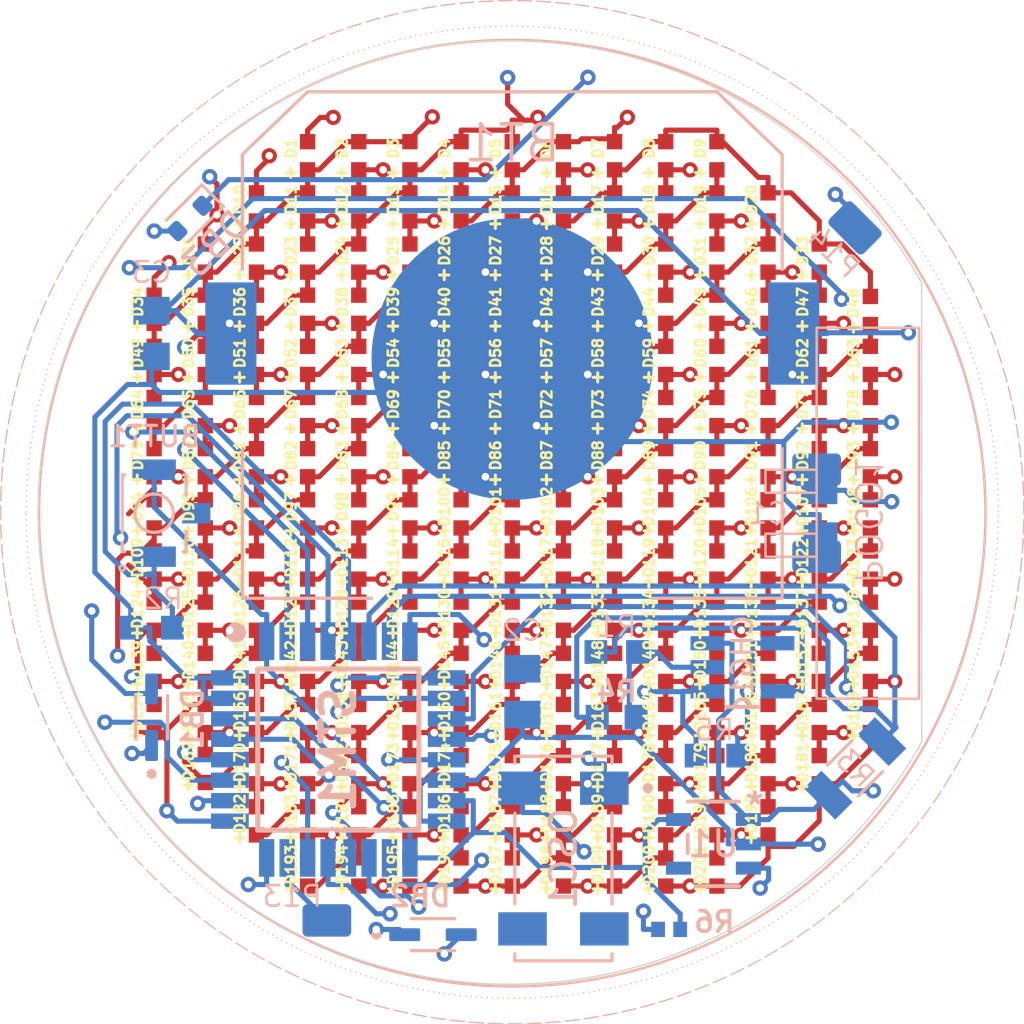
<source format=kicad_pcb>
(kicad_pcb (version 20241229) (generator "pcbnew") (generator_version "9.0")
  (layers (0 "F.Cu" signal) (4 "In1.Cu" signal) (6 "In2.Cu" signal) (2 "B.Cu" signal) (13 "F.Paste" user) (15 "B.Paste" user) (5 "F.SilkS" user "F.Silkscreen") (7 "B.SilkS" user "B.Silkscreen") (1 "F.Mask" user) (3 "B.Mask" user) (25 "Edge.Cuts" user))
  (net 0 "")
  (net 1 "Net-(CHG1-VBAT)")
  (net 2 "Net-(U1-EN)")
  (net 3 "F")
  (net 4 "B")
  (net 5 "A")
  (net 6 "N")
  (net 7 "O")
  (net 8 "D")
  (net 9 "E")
  (net 10 "H")
  (net 11 "L")
  (net 12 "J")
  (net 13 "C")
  (net 14 "G")
  (net 15 "M")
  (net 16 "K")
  (net 17 "I")
  (net 18 "P")
  (net 19 "Net-(CHG1-PROG)")
  (net 20 "Net-(STM1-PA0)")
  (net 21 "USB + ")
  (net 22 "STM_POW")
  (net 23 "Net-(STM1-PF0-OSC_IN)")
  (net 24 "Net-(CHG1-STAT)")
  (net 25 "Net-(STM1-PF1-OSC_OUT)")
  (net 27 "Net-(STM1-PB3)")
  (net 28 "Net-(STM1-PA1)")
  (net 30 "Net-(STM1-PA13)")
  (net 31 "Net-(STM1-PA14)")
  (net 32 "GNDREF")
  (net 35 "Net-(STM1-PG10-NRST)")
  (net 36 "Net-(DB3-A)")
  (footprint "WL-SMCC_0402:WL-SMCC_0402" (layer "F.Cu") (at 208 89.55 -90)
    (property "Reference" "D108")
    (property "Value" "WL-SMCC_0402")
  )
  (footprint "WL-SMCC_0402:WL-SMCC_0402" (layer "F.Cu") (at 196 99.55 -90)
    (property "Reference" "D176")
    (property "Value" "WL-SMCC_0402")
  )
  (footprint "WL-SMCC_0402:WL-SMCC_0402" (layer "F.Cu") (at 182 95.55 -90)
    (property "Reference" "D140")
    (property "Value" "WL-SMCC_0402")
  )
  (footprint "WL-SMCC_0402:WL-SMCC_0402" (layer "F.Cu") (at 206 91.55 -90)
    (property "Reference" "D122")
    (property "Value" "WL-SMCC_0402")
  )
  (footprint "WL-SMCC_0402:WL-SMCC_0402" (layer "F.Cu") (at 190 89.55 -90)
    (property "Reference" "D99")
    (property "Value" "WL-SMCC_0402")
  )
  (footprint "WL-SMCC_0402:WL-SMCC_0402" (layer "F.Cu") (at 196 87.55 -90)
    (property "Reference" "D87")
    (property "Value" "WL-SMCC_0402")
  )
  (footprint "WL-SMCC_0402:WL-SMCC_0402" (layer "F.Cu") (at 186 99.55 -90)
    (property "Reference" "D171")
    (property "Value" "WL-SMCC_0402")
  )
  (footprint "WL-SMCC_0402:WL-SMCC_0402" (layer "F.Cu") (at 188 79.55 -90)
    (property "Reference" "D24")
    (property "Value" "WL-SMCC_0402")
  )
  (footprint "WL-SMCC_0402:WL-SMCC_0402" (layer "F.Cu") (at 194 95.55 -90)
    (property "Reference" "D146")
    (property "Value" "WL-SMCC_0402")
  )
  (footprint "WL-SMCC_0402:WL-SMCC_0402" (layer "F.Cu") (at 202 99.55 -90)
    (property "Reference" "D179")
    (property "Value" "WL-SMCC_0402")
  )
  (footprint "WL-SMCC_0402:WL-SMCC_0402" (layer "F.Cu") (at 192 99.55 -90)
    (property "Reference" "D174")
    (property "Value" "WL-SMCC_0402")
  )
  (footprint "WL-SMCC_0402:WL-SMCC_0402" (layer "F.Cu") (at 180 91.55 -90)
    (property "Reference" "D109")
    (property "Value" "WL-SMCC_0402")
  )
  (footprint "WL-SMCC_0402:WL-SMCC_0402" (layer "F.Cu") (at 198 99.55 -90)
    (property "Reference" "D177")
    (property "Value" "WL-SMCC_0402")
  )
  (footprint "WL-SMCC_0402:WL-SMCC_0402" (layer "F.Cu") (at 186 95.55 -90)
    (property "Reference" "D142")
    (property "Value" "WL-SMCC_0402")
  )
  (footprint "WL-SMCC_0402:WL-SMCC_0402" (layer "F.Cu") (at 200 91.55 -90)
    (property "Reference" "D119")
    (property "Value" "WL-SMCC_0402")
  )
  (footprint "WL-SMCC_0402:WL-SMCC_0402" (layer "F.Cu") (at 194 89.55 -90)
    (property "Reference" "D101")
    (property "Value" "WL-SMCC_0402")
  )
  (footprint "WL-SMCC_0402:WL-SMCC_0402" (layer "F.Cu") (at 190 103.55 -90)
    (property "Reference" "D195")
    (property "Value" "WL-SMCC_0402")
  )
  (footprint "WL-SMCC_0402:WL-SMCC_0402" (layer "F.Cu") (at 192 93.55 -90)
    (property "Reference" "D130")
    (property "Value" "WL-SMCC_0402")
  )
  (footprint "WL-SMCC_0402:WL-SMCC_0402" (layer "F.Cu") (at 188 97.55 -90)
    (property "Reference" "D158")
    (property "Value" "WL-SMCC_0402")
  )
  (footprint "WL-SMCC_0402:WL-SMCC_0402" (layer "F.Cu") (at 198 83.55 -90)
    (property "Reference" "D58")
    (property "Value" "WL-SMCC_0402")
  )
  (footprint "WL-SMCC_0402:WL-SMCC_0402" (layer "F.Cu") (at 184 81.55 -90)
    (property "Reference" "D36")
    (property "Value" "WL-SMCC_0402")
  )
  (footprint "WL-SMCC_0402:WL-SMCC_0402" (layer "F.Cu") (at 190 95.55 -90)
    (property "Reference" "D144")
    (property "Value" "WL-SMCC_0402")
  )
  (footprint "WL-SMCC_0402:WL-SMCC_0402" (layer "F.Cu") (at 198 91.55 -90)
    (property "Reference" "D118")
    (property "Value" "WL-SMCC_0402")
  )
  (footprint "WL-SMCC_0402:WL-SMCC_0402" (layer "F.Cu") (at 202 79.55 -90)
    (property "Reference" "D31")
    (property "Value" "WL-SMCC_0402")
  )
  (footprint "WL-SMCC_0402:WL-SMCC_0402" (layer "F.Cu") (at 186 93.55 -90)
    (property "Reference" "D127")
    (property "Value" "WL-SMCC_0402")
  )
  (footprint "WL-SMCC_0402:WL-SMCC_0402" (layer "F.Cu") (at 200 99.55 -90)
    (property "Reference" "D178")
    (property "Value" "WL-SMCC_0402")
  )
  (footprint "WL-SMCC_0402:WL-SMCC_0402" (layer "F.Cu") (at 204 83.55 -90)
    (property "Reference" "D61")
    (property "Value" "WL-SMCC_0402")
  )
  (footprint "WL-SMCC_0402:WL-SMCC_0402" (layer "F.Cu") (at 188 85.55 -90)
    (property "Reference" "D68")
    (property "Value" "WL-SMCC_0402")
  )
  (footprint "WL-SMCC_0402:WL-SMCC_0402" (layer "F.Cu") (at 208 95.55 -90)
    (property "Reference" "D153")
    (property "Value" "WL-SMCC_0402")
  )
  (footprint "WL-SMCC_0402:WL-SMCC_0402" (layer "F.Cu") (at 192 91.55 -90)
    (property "Reference" "D115")
    (property "Value" "WL-SMCC_0402")
  )
  (footprint "WL-SMCC_0402:WL-SMCC_0402" (layer "F.Cu") (at 200 101.55 -90)
    (property "Reference" "D190")
    (property "Value" "WL-SMCC_0402")
  )
  (footprint "WL-SMCC_0402:WL-SMCC_0402" (layer "F.Cu") (at 188 101.55 -90)
    (property "Reference" "D184")
    (property "Value" "WL-SMCC_0402")
  )
  (footprint "WL-SMCC_0402:WL-SMCC_0402" (layer "F.Cu") (at 188 75.55 -90)
    (property "Reference" "D2")
    (property "Value" "WL-SMCC_0402")
  )
  (footprint "WL-SMCC_0402:WL-SMCC_0402" (layer "F.Cu") (at 200 95.55 -90)
    (property "Reference" "D149")
    (property "Value" "WL-SMCC_0402")
  )
  (footprint "WL-SMCC_0402:WL-SMCC_0402" (layer "F.Cu") (at 194 85.55 -90)
    (property "Reference" "D71")
    (property "Value" "WL-SMCC_0402")
  )
  (footprint "WL-SMCC_0402:WL-SMCC_0402" (layer "F.Cu") (at 194 79.55 -90)
    (property "Reference" "D27")
    (property "Value" "WL-SMCC_0402")
  )
  (footprint "WL-SMCC_0402:WL-SMCC_0402" (layer "F.Cu") (at 182 97.55 -90)
    (property "Reference" "D155")
    (property "Value" "WL-SMCC_0402")
  )
  (footprint "WL-SMCC_0402:WL-SMCC_0402" (layer "F.Cu") (at 186 75.55 -90)
    (property "Reference" "D1")
    (property "Value" "WL-SMCC_0402")
  )
  (footprint "WL-SMCC_0402:WL-SMCC_0402" (layer "F.Cu") (at 202 85.55 -90)
    (property "Reference" "D75")
    (property "Value" "WL-SMCC_0402")
  )
  (footprint "WL-SMCC_0402:WL-SMCC_0402" (layer "F.Cu") (at 192 85.55 -90)
    (property "Reference" "D70")
    (property "Value" "WL-SMCC_0402")
  )
  (footprint "WL-SMCC_0402:WL-SMCC_0402" (layer "F.Cu") (at 202 81.55 -90)
    (property "Reference" "D45")
    (property "Value" "WL-SMCC_0402")
  )
  (footprint "WL-SMCC_0402:WL-SMCC_0402" (layer "F.Cu") (at 190 79.55 -90)
    (property "Reference" "D25")
    (property "Value" "WL-SMCC_0402")
  )
  (footprint "WL-SMCC_0402:WL-SMCC_0402" (layer "F.Cu") (at 184 97.55 -90)
    (property "Reference" "D156")
    (property "Value" "WL-SMCC_0402")
  )
  (footprint "WL-SMCC_0402:WL-SMCC_0402" (layer "F.Cu") (at 198 87.55 -90)
    (property "Reference" "D88")
    (property "Value" "WL-SMCC_0402")
  )
  (footprint "WL-SMCC_0402:WL-SMCC_0402" (layer "F.Cu") (at 186 101.55 -90)
    (property "Reference" "D183")
    (property "Value" "WL-SMCC_0402")
  )
  (footprint "WL-SMCC_0402:WL-SMCC_0402" (layer "F.Cu") (at 184 83.55 -90)
    (property "Reference" "D51")
    (property "Value" "WL-SMCC_0402")
  )
  (footprint "WL-SMCC_0402:WL-SMCC_0402" (layer "F.Cu") (at 196 97.55 -90)
    (property "Reference" "D162")
    (property "Value" "WL-SMCC_0402")
  )
  (footprint "WL-SMCC_0402:WL-SMCC_0402" (layer "F.Cu") (at 198 81.55 -90)
    (property "Reference" "D43")
    (property "Value" "WL-SMCC_0402")
  )
  (footprint "WL-SMCC_0402:WL-SMCC_0402" (layer "F.Cu") (at 204 81.55 -90)
    (property "Reference" "D46")
    (property "Value" "WL-SMCC_0402")
  )
  (footprint "WL-SMCC_0402:WL-SMCC_0402" (layer "F.Cu") (at 198 79.55 -90)
    (property "Reference" "D29")
    (property "Value" "WL-SMCC_0402")
  )
  (footprint "WL-SMCC_0402:WL-SMCC_0402" (layer "F.Cu") (at 182 83.55 -90)
    (property "Reference" "D50")
    (property "Value" "WL-SMCC_0402")
  )
  (footprint "WL-SMCC_0402:WL-SMCC_0402" (layer "F.Cu") (at 202 77.55 -90)
    (property "Reference" "D19")
    (property "Value" "WL-SMCC_0402")
  )
  (footprint "WL-SMCC_0402:WL-SMCC_0402" (layer "F.Cu") (at 206 85.55 -90)
    (property "Reference" "D77")
    (property "Value" "WL-SMCC_0402")
  )
  (footprint "WL-SMCC_0402:WL-SMCC_0402" (layer "F.Cu") (at 198 101.55 -90)
    (property "Reference" "D189")
    (property "Value" "WL-SMCC_0402")
  )
  (footprint "WL-SMCC_0402:WL-SMCC_0402" (layer "F.Cu") (at 198 97.55 -90)
    (property "Reference" "D163")
    (property "Value" "WL-SMCC_0402")
  )
  (footprint "WL-SMCC_0402:WL-SMCC_0402" (layer "F.Cu") (at 194 103.55 -90)
    (property "Reference" "D197")
    (property "Value" "WL-SMCC_0402")
  )
  (footprint "WL-SMCC_0402:WL-SMCC_0402" (layer "F.Cu") (at 182 93.55 -90)
    (property "Reference" "D125")
    (property "Value" "WL-SMCC_0402")
  )
  (footprint "WL-SMCC_0402:WL-SMCC_0402" (layer "F.Cu") (at 184 85.55 -90)
    (property "Reference" "D66")
    (property "Value" "WL-SMCC_0402")
  )
  (footprint "WL-SMCC_0402:WL-SMCC_0402" (layer "F.Cu") (at 182 89.55 -90)
    (property "Reference" "D95")
    (property "Value" "WL-SMCC_0402")
  )
  (footprint "WL-SMCC_0402:WL-SMCC_0402" (layer "F.Cu") (at 200 87.55 -90)
    (property "Reference" "D89")
    (property "Value" "WL-SMCC_0402")
  )
  (footprint "WL-SMCC_0402:WL-SMCC_0402" (layer "F.Cu") (at 204 79.55 -90)
    (property "Reference" "D32")
    (property "Value" "WL-SMCC_0402")
  )
  (footprint "WL-SMCC_0402:WL-SMCC_0402" (layer "F.Cu") (at 202 95.55 -90)
    (property "Reference" "D150")
    (property "Value" "WL-SMCC_0402")
  )
  (footprint "WL-SMCC_0402:WL-SMCC_0402" (layer "F.Cu") (at 194 101.55 -90)
    (property "Reference" "D187")
    (property "Value" "WL-SMCC_0402")
  )
  (footprint "WL-SMCC_0402:WL-SMCC_0402" (layer "F.Cu") (at 206 81.55 -90)
    (property "Reference" "D47")
    (property "Value" "WL-SMCC_0402")
  )
  (footprint "WL-SMCC_0402:WL-SMCC_0402" (layer "F.Cu") (at 192 95.55 -90)
    (property "Reference" "D145")
    (property "Value" "WL-SMCC_0402")
  )
  (footprint "WL-SMCC_0402:WL-SMCC_0402" (layer "F.Cu") (at 192 81.55 -90)
    (property "Reference" "D40")
    (property "Value" "WL-SMCC_0402")
  )
  (footprint "WL-SMCC_0402:WL-SMCC_0402" (layer "F.Cu") (at 184 95.55 -90)
    (property "Reference" "D141")
    (property "Value" "WL-SMCC_0402")
  )
  (footprint "WL-SMCC_0402:WL-SMCC_0402" (layer "F.Cu") (at 180 87.55 -90)
    (property "Reference" "D79")
    (property "Value" "WL-SMCC_0402")
  )
  (footprint "WL-SMCC_0402:WL-SMCC_0402" (layer "F.Cu") (at 208 83.55 -90)
    (property "Reference" "D63")
    (property "Value" "WL-SMCC_0402")
  )
  (footprint "WL-SMCC_0402:WL-SMCC_0402" (layer "F.Cu") (at 208 97.55 -90)
    (property "Reference" "D168")
    (property "Value" "WL-SMCC_0402")
  )
  (footprint "WL-SMCC_0402:WL-SMCC_0402" (layer "F.Cu") (at 204 77.55 -90)
    (property "Reference" "D20")
    (property "Value" "WL-SMCC_0402")
  )
  (footprint "WL-SMCC_0402:WL-SMCC_0402" (layer "F.Cu") (at 200 79.55 -90)
    (property "Reference" "D30")
    (property "Value" "WL-SMCC_0402")
  )
  (footprint "WL-SMCC_0402:WL-SMCC_0402" (layer "F.Cu") (at 200 85.55 -90)
    (property "Reference" "D74")
    (property "Value" "WL-SMCC_0402")
  )
  (footprint "WL-SMCC_0402:WL-SMCC_0402" (layer "F.Cu") (at 180 95.55 -90)
    (property "Reference" "D139")
    (property "Value" "WL-SMCC_0402")
  )
  (footprint "WL-SMCC_0402:WL-SMCC_0402" (layer "F.Cu") (at 184 101.55 -90)
    (property "Reference" "D182")
    (property "Value" "WL-SMCC_0402")
  )
  (footprint "WL-SMCC_0402:WL-SMCC_0402" (layer "F.Cu") (at 182 79.55 -90)
    (property "Reference" "D21")
    (property "Value" "WL-SMCC_0402")
  )
  (footprint "WL-SMCC_0402:WL-SMCC_0402" (layer "F.Cu") (at 202 97.55 -90)
    (property "Reference" "D165")
    (property "Value" "WL-SMCC_0402")
  )
  (footprint "WL-SMCC_0402:WL-SMCC_0402" (layer "F.Cu") (at 206 89.55 -90)
    (property "Reference" "D107")
    (property "Value" "WL-SMCC_0402")
  )
  (footprint "WL-SMCC_0402:WL-SMCC_0402" (layer "F.Cu") (at 196 85.55 -90)
    (property "Reference" "D72")
    (property "Value" "WL-SMCC_0402")
  )
  (footprint "WL-SMCC_0402:WL-SMCC_0402" (layer "F.Cu") (at 182 87.55 -90)
    (property "Reference" "D80")
    (property "Value" "WL-SMCC_0402")
  )
  (footprint "WL-SMCC_0402:WL-SMCC_0402" (layer "F.Cu") (at 180 83.55 -90)
    (property "Reference" "D49")
    (property "Value" "WL-SMCC_0402")
  )
  (footprint "WL-SMCC_0402:WL-SMCC_0402" (layer "F.Cu") (at 186 87.55 -90)
    (property "Reference" "D82")
    (property "Value" "WL-SMCC_0402")
  )
  (footprint "WL-SMCC_0402:WL-SMCC_0402" (layer "F.Cu") (at 180 97.55 -90)
    (property "Reference" "D154")
    (property "Value" "WL-SMCC_0402")
  )
  (footprint "WL-SMCC_0402:WL-SMCC_0402" (layer "F.Cu") (at 190 93.55 -90)
    (property "Reference" "D129")
    (property "Value" "WL-SMCC_0402")
  )
  (footprint "WL-SMCC_0402:WL-SMCC_0402" (layer "F.Cu") (at 200 83.55 -90)
    (property "Reference" "D59")
    (property "Value" "WL-SMCC_0402")
  )
  (footprint "WL-SMCC_0402:WL-SMCC_0402" (layer "F.Cu") (at 206 87.55 -90)
    (property "Reference" "D92")
    (property "Value" "WL-SMCC_0402")
  )
  (footprint "WL-SMCC_0402:WL-SMCC_0402" (layer "F.Cu") (at 208 81.6 -90)
    (property "Reference" "D48")
    (property "Value" "WL-SMCC_0402")
  )
  (footprint "WL-SMCC_0402:WL-SMCC_0402" (layer "F.Cu") (at 194 81.55 -90)
    (property "Reference" "D41")
    (property "Value" "WL-SMCC_0402")
  )
  (footprint "WL-SMCC_0402:WL-SMCC_0402" (layer "F.Cu") (at 208 87.55 -90)
    (property "Reference" "D93")
    (property "Value" "WL-SMCC_0402")
  )
  (footprint "WL-SMCC_0402:WL-SMCC_0402" (layer "F.Cu") (at 200 89.55 -90)
    (property "Reference" "D104")
    (property "Value" "WL-SMCC_0402")
  )
  (footprint "WL-SMCC_0402:WL-SMCC_0402" (layer "F.Cu") (at 180 85.55 -90)
    (property "Reference" "D64")
    (property "Value" "WL-SMCC_0402")
  )
  (footprint "WL-SMCC_0402:WL-SMCC_0402" (layer "F.Cu") (at 194 83.55 -90)
    (property "Reference" "D56")
    (property "Value" "WL-SMCC_0402")
  )
  (footprint "WL-SMCC_0402:WL-SMCC_0402" (layer "F.Cu") (at 204 99.55 -90)
    (property "Reference" "D180")
    (property "Value" "WL-SMCC_0402")
  )
  (footprint "WL-SMCC_0402:WL-SMCC_0402" (layer "F.Cu") (at 196 93.55 -90)
    (property "Reference" "D132")
    (property "Value" "WL-SMCC_0402")
  )
  (footprint "WL-SMCC_0402:WL-SMCC_0402" (layer "F.Cu") (at 184 87.55 -90)
    (property "Reference" "D81")
    (property "Value" "WL-SMCC_0402")
  )
  (footprint "WL-SMCC_0402:WL-SMCC_0402" (layer "F.Cu") (at 208 93.55 -90)
    (property "Reference" "D138")
    (property "Value" "WL-SMCC_0402")
  )
  (footprint "WL-SMCC_0402:WL-SMCC_0402" (layer "F.Cu") (at 202 91.55 -90)
    (property "Reference" "D120")
    (property "Value" "WL-SMCC_0402")
  )
  (footprint "WL-SMCC_0402:WL-SMCC_0402" (layer "F.Cu") (at 180 93.55 -90)
    (property "Reference" "D124")
    (property "Value" "WL-SMCC_0402")
  )
  (footprint "WL-SMCC_0402:WL-SMCC_0402" (layer "F.Cu") (at 206 99.55 -90)
    (property "Reference" "D181")
    (property "Value" "WL-SMCC_0402")
  )
  (footprint "WL-SMCC_0402:WL-SMCC_0402" (layer "F.Cu") (at 190 101.55 -90)
    (property "Reference" "D185")
    (property "Value" "WL-SMCC_0402")
  )
  (footprint "WL-SMCC_0402:WL-SMCC_0402" (layer "F.Cu") (at 190 81.55 -90)
    (property "Reference" "D39")
    (property "Value" "WL-SMCC_0402")
  )
  (footprint "WL-SMCC_0402:WL-SMCC_0402" (layer "F.Cu") (at 188 93.55 -90)
    (property "Reference" "D128")
    (property "Value" "WL-SMCC_0402")
  )
  (footprint "WL-SMCC_0402:WL-SMCC_0402" (layer "F.Cu") (at 198 75.55 -90)
    (property "Reference" "D7")
    (property "Value" "WL-SMCC_0402")
  )
  (footprint "WL-SMCC_0402:WL-SMCC_0402" (layer "F.Cu") (at 194 75.55 -90)
    (property "Reference" "D5")
    (property "Value" "WL-SMCC_0402")
  )
  (footprint "WL-SMCC_0402:WL-SMCC_0402" (layer "F.Cu") (at 194 77.55 -90)
    (property "Reference" "D15")
    (property "Value" "WL-SMCC_0402")
  )
  (footprint "WL-SMCC_0402:WL-SMCC_0402" (layer "F.Cu") (at 196 81.55 -90)
    (property "Reference" "D42")
    (property "Value" "WL-SMCC_0402")
  )
  (footprint "WL-SMCC_0402:WL-SMCC_0402" (layer "F.Cu") (at 196 75.55 -90)
    (property "Reference" "D6")
    (property "Value" "WL-SMCC_0402")
  )
  (footprint "WL-SMCC_0402:WL-SMCC_0402" (layer "F.Cu") (at 194 99.55 -90)
    (property "Reference" "D175")
    (property "Value" "WL-SMCC_0402")
  )
  (footprint "WL-SMCC_0402:WL-SMCC_0402" (layer "F.Cu") (at 186 97.55 -90)
    (property "Reference" "D157")
    (property "Value" "WL-SMCC_0402")
  )
  (footprint "WL-SMCC_0402:WL-SMCC_0402" (layer "F.Cu") (at 190 75.55 -90)
    (property "Reference" "D3")
    (property "Value" "WL-SMCC_0402")
  )
  (footprint "WL-SMCC_0402:WL-SMCC_0402" (layer "F.Cu") (at 186 83.55 -90)
    (property "Reference" "D52")
    (property "Value" "WL-SMCC_0402")
  )
  (footprint "WL-SMCC_0402:WL-SMCC_0402" (layer "F.Cu") (at 196 83.55 -90)
    (property "Reference" "D57")
    (property "Value" "WL-SMCC_0402")
  )
  (footprint "WL-SMCC_0402:WL-SMCC_0402" (layer "F.Cu") (at 192 83.55 -90)
    (property "Reference" "D55")
    (property "Value" "WL-SMCC_0402")
  )
  (footprint "WL-SMCC_0402:WL-SMCC_0402" (layer "F.Cu") (at 188 83.55 -90)
    (property "Reference" "D53")
    (property "Value" "WL-SMCC_0402")
  )
  (footprint "WL-SMCC_0402:WL-SMCC_0402" (layer "F.Cu") (at 186 79.55 -90)
    (property "Reference" "D23")
    (property "Value" "WL-SMCC_0402")
  )
  (footprint "WL-SMCC_0402:WL-SMCC_0402" (layer "F.Cu") (at 192 79.55 -90)
    (property "Reference" "D26")
    (property "Value" "WL-SMCC_0402")
  )
  (footprint "WL-SMCC_0402:WL-SMCC_0402" (layer "F.Cu") (at 200 81.55 -90)
    (property "Reference" "D44")
    (property "Value" "WL-SMCC_0402")
  )
  (footprint "WL-SMCC_0402:WL-SMCC_0402" (layer "F.Cu") (at 192 103.55 -90)
    (property "Reference" "D196")
    (property "Value" "WL-SMCC_0402")
  )
  (footprint "WL-SMCC_0402:WL-SMCC_0402" (layer "F.Cu") (at 184 79.55 -90)
    (property "Reference" "D22")
    (property "Value" "WL-SMCC_0402")
  )
  (footprint "WL-SMCC_0402:WL-SMCC_0402" (layer "F.Cu") (at 184 91.55 -90)
    (property "Reference" "D111")
    (property "Value" "WL-SMCC_0402")
  )
  (footprint "WL-SMCC_0402:WL-SMCC_0402" (layer "F.Cu") (at 196 101.55 -90)
    (property "Reference" "D188")
    (property "Value" "WL-SMCC_0402")
  )
  (footprint "WL-SMCC_0402:WL-SMCC_0402" (layer "F.Cu") (at 188 99.55 -90)
    (property "Reference" "D172")
    (property "Value" "WL-SMCC_0402")
  )
  (footprint "WL-SMCC_0402:WL-SMCC_0402" (layer "F.Cu") (at 204 91.55 -90)
    (property "Reference" "D121")
    (property "Value" "WL-SMCC_0402")
  )
  (footprint "WL-SMCC_0402:WL-SMCC_0402" (layer "F.Cu") (at 194 97.55 -90)
    (property "Reference" "D161")
    (property "Value" "WL-SMCC_0402")
  )
  (footprint "WL-SMCC_0402:WL-SMCC_0402" (layer "F.Cu") (at 196 77.55 -90)
    (property "Reference" "D16")
    (property "Value" "WL-SMCC_0402")
  )
  (footprint "WL-SMCC_0402:WL-SMCC_0402" (layer "F.Cu") (at 202 103.55 -90)
    (property "Reference" "D201")
    (property "Value" "WL-SMCC_0402")
  )
  (footprint "WL-SMCC_0402:WL-SMCC_0402" (layer "F.Cu") (at 186 103.55 -90)
    (property "Reference" "D193")
    (property "Value" "WL-SMCC_0402")
  )
  (footprint "WL-SMCC_0402:WL-SMCC_0402" (layer "F.Cu") (at 196 95.55 -90)
    (property "Reference" "D147")
    (property "Value" "WL-SMCC_0402")
  )
  (footprint "WL-SMCC_0402:WL-SMCC_0402" (layer "F.Cu") (at 196 91.55 -90)
    (property "Reference" "D117")
    (property "Value" "WL-SMCC_0402")
  )
  (footprint "WL-SMCC_0402:WL-SMCC_0402" (layer "F.Cu") (at 204 93.55 -90)
    (property "Reference" "D136")
    (property "Value" "WL-SMCC_0402")
  )
  (footprint "WL-SMCC_0402:WL-SMCC_0402" (layer "F.Cu") (at 198 103.55 -90)
    (property "Reference" "D199")
    (property "Value" "WL-SMCC_0402")
  )
  (footprint "WL-SMCC_0402:WL-SMCC_0402" (layer "F.Cu") (at 194 87.55 -90)
    (property "Reference" "D86")
    (property "Value" "WL-SMCC_0402")
  )
  (footprint "WL-SMCC_0402:WL-SMCC_0402" (layer "F.Cu") (at 190 99.55 -90)
    (property "Reference" "D173")
    (property "Value" "WL-SMCC_0402")
  )
  (footprint "WL-SMCC_0402:WL-SMCC_0402" (layer "F.Cu") (at 206 95.55 -90)
    (property "Reference" "D152")
    (property "Value" "WL-SMCC_0402")
  )
  (footprint "WL-SMCC_0402:WL-SMCC_0402" (layer "F.Cu") (at 188 77.55 -90)
    (property "Reference" "D12")
    (property "Value" "WL-SMCC_0402")
  )
  (footprint "WL-SMCC_0402:WL-SMCC_0402" (layer "F.Cu") (at 188 95.55 -90)
    (property "Reference" "D143")
    (property "Value" "WL-SMCC_0402")
  )
  (footprint "WL-SMCC_0402:WL-SMCC_0402" (layer "F.Cu") (at 186 81.55 -90)
    (property "Reference" "D37")
    (property "Value" "WL-SMCC_0402")
  )
  (footprint "WL-SMCC_0402:WL-SMCC_0402" (layer "F.Cu") (at 204 101.55 -90)
    (property "Reference" "D192")
    (property "Value" "WL-SMCC_0402")
  )
  (footprint "WL-SMCC_0402:WL-SMCC_0402" (layer "F.Cu") (at 190 85.55 -90)
    (property "Reference" "D69")
    (property "Value" "WL-SMCC_0402")
  )
  (footprint "WL-SMCC_0402:WL-SMCC_0402" (layer "F.Cu") (at 206 79.55 -90)
    (property "Reference" "D33")
    (property "Value" "WL-SMCC_0402")
  )
  (footprint "WL-SMCC_0402:WL-SMCC_0402" (layer "F.Cu") (at 182 81.55 -90)
    (property "Reference" "D35")
    (property "Value" "WL-SMCC_0402")
  )
  (footprint "WL-SMCC_0402:WL-SMCC_0402" (layer "F.Cu") (at 204 95.55 -90)
    (property "Reference" "D151")
    (property "Value" "WL-SMCC_0402")
  )
  (footprint "WL-SMCC_0402:WL-SMCC_0402" (layer "F.Cu") (at 198 93.55 -90)
    (property "Reference" "D133")
    (property "Value" "WL-SMCC_0402")
  )
  (footprint "WL-SMCC_0402:WL-SMCC_0402" (layer "F.Cu") (at 184 93.55 -90)
    (property "Reference" "D126")
    (property "Value" "WL-SMCC_0402")
  )
  (footprint "WL-SMCC_0402:WL-SMCC_0402" (layer "F.Cu") (at 182 85.55 -90)
    (property "Reference" "D65")
    (property "Value" "WL-SMCC_0402")
  )
  (footprint "WL-SMCC_0402:WL-SMCC_0402" (layer "F.Cu") (at 204 89.55 -90)
    (property "Reference" "D106")
    (property "Value" "WL-SMCC_0402")
  )
  (footprint "WL-SMCC_0402:WL-SMCC_0402" (layer "F.Cu") (at 202 83.55 -90)
    (property "Reference" "D60")
    (property "Value" "WL-SMCC_0402")
  )
  (footprint "WL-SMCC_0402:WL-SMCC_0402" (layer "F.Cu") (at 200 103.55 -90)
    (property "Reference" "D200")
    (property "Value" "WL-SMCC_0402")
  )
  (footprint "WL-SMCC_0402:WL-SMCC_0402" (layer "F.Cu") (at 190 97.55 -90)
    (property "Reference" "D159")
    (property "Value" "WL-SMCC_0402")
  )
  (footprint "WL-SMCC_0402:WL-SMCC_0402" (layer "F.Cu") (at 186 89.55 -90)
    (property "Reference" "D97")
    (property "Value" "WL-SMCC_0402")
  )
  (footprint "WL-SMCC_0402:WL-SMCC_0402" (layer "F.Cu") (at 202 101.55 -90)
    (property "Reference" "D191")
    (property "Value" "WL-SMCC_0402")
  )
  (footprint "WL-SMCC_0402:WL-SMCC_0402" (layer "F.Cu") (at 204 85.55 -90)
    (property "Reference" "D76")
    (property "Value" "WL-SMCC_0402")
  )
  (footprint "WL-SMCC_0402:WL-SMCC_0402" (layer "F.Cu") (at 198 85.55 -90)
    (property "Reference" "D73")
    (property "Value" "WL-SMCC_0402")
  )
  (footprint "WL-SMCC_0402:WL-SMCC_0402" (layer "F.Cu") (at 192 97.55 -90)
    (property "Reference" "D160")
    (property "Value" "WL-SMCC_0402")
  )
  (footprint "WL-SMCC_0402:WL-SMCC_0402" (layer "F.Cu") (at 188 87.55 -90)
    (property "Reference" "D83")
    (property "Value" "WL-SMCC_0402")
  )
  (footprint "WL-SMCC_0402:WL-SMCC_0402" (layer "F.Cu") (at 194 93.55 -90)
    (property "Reference" "D131")
    (property "Value" "WL-SMCC_0402")
  )
  (footprint "WL-SMCC_0402:WL-SMCC_0402" (layer "F.Cu") (at 180 89.55 -90)
    (property "Reference" "D94")
    (property "Value" "WL-SMCC_0402")
  )
  (footprint "WL-SMCC_0402:WL-SMCC_0402" (layer "F.Cu") (at 188 91.55 -90)
    (property "Reference" "D113")
    (property "Value" "WL-SMCC_0402")
  )
  (footprint "WL-SMCC_0402:WL-SMCC_0402" (layer "F.Cu") (at 188 103.55 -90)
    (property "Reference" "D194")
    (property "Value" "WL-SMCC_0402")
  )
  (footprint "WL-SMCC_0402:WL-SMCC_0402" (layer "F.Cu") (at 196 79.55 -90)
    (property "Reference" "D28")
    (property "Value" "WL-SMCC_0402")
  )
  (footprint "WL-SMCC_0402:WL-SMCC_0402" (layer "F.Cu") (at 204 87.55 -90)
    (property "Reference" "D91")
    (property "Value" "WL-SMCC_0402")
  )
  (footprint "WL-SMCC_0402:WL-SMCC_0402" (layer "F.Cu") (at 192 101.55 -90)
    (property "Reference" "D186")
    (property "Value" "WL-SMCC_0402")
  )
  (footprint "WL-SMCC_0402:WL-SMCC_0402" (layer "F.Cu") (at 200 93.55 -90)
    (property "Reference" "D134")
    (property "Value" "WL-SMCC_0402")
  )
  (footprint "WL-SMCC_0402:WL-SMCC_0402" (layer "F.Cu") (at 184 77.55 -90)
    (property "Reference" "D10")
    (property "Value" "WL-SMCC_0402")
  )
  (footprint "WL-SMCC_0402:WL-SMCC_0402" (layer "F.Cu") (at 182 91.55 -90)
    (property "Reference" "D110")
    (property "Value" "WL-SMCC_0402")
  )
  (footprint "WL-SMCC_0402:WL-SMCC_0402" (layer "F.Cu") (at 206 83.55 -90)
    (property "Reference" "D62")
    (property "Value" "WL-SMCC_0402")
  )
  (footprint "WL-SMCC_0402:WL-SMCC_0402" (layer "F.Cu") (at 184 89.55 -90)
    (property "Reference" "D96")
    (property "Value" "WL-SMCC_0402")
  )
  (footprint "WL-SMCC_0402:WL-SMCC_0402" (layer "F.Cu") (at 206 93.55 -90)
    (property "Reference" "D137")
    (property "Value" "WL-SMCC_0402")
  )
  (footprint "WL-SMCC_0402:WL-SMCC_0402" (layer "F.Cu") (at 200 75.55 -90)
    (property "Reference" "D8")
    (property "Value" "WL-SMCC_0402")
  )
  (footprint "WL-SMCC_0402:WL-SMCC_0402" (layer "F.Cu") (at 186 85.55 -90)
    (property "Reference" "D67")
    (property "Value" "WL-SMCC_0402")
  )
  (footprint "WL-SMCC_0402:WL-SMCC_0402" (layer "F.Cu") (at 180 81.55 -90)
    (property "Reference" "D34")
    (property "Value" "WL-SMCC_0402")
  )
  (footprint "WL-SMCC_0402:WL-SMCC_0402" (layer "F.Cu") (at 198 77.55 -90)
    (property "Reference" "D17")
    (property "Value" "WL-SMCC_0402")
  )
  (footprint "WL-SMCC_0402:WL-SMCC_0402" (layer "F.Cu") (at 194 91.55 -90)
    (property "Reference" "D116")
    (property "Value" "WL-SMCC_0402")
  )
  (footprint "WL-SMCC_0402:WL-SMCC_0402" (layer "F.Cu") (at 202 87.55 -90)
    (property "Reference" "D90")
    (property "Value" "WL-SMCC_0402")
  )
  (footprint "WL-SMCC_0402:WL-SMCC_0402" (layer "F.Cu") (at 192 87.55 -90)
    (property "Reference" "D85")
    (property "Value" "WL-SMCC_0402")
  )
  (footprint "WL-SMCC_0402:WL-SMCC_0402" (layer "F.Cu") (at 202 75.55 -90)
    (property "Reference" "D9")
    (property "Value" "WL-SMCC_0402")
  )
  (footprint "WL-SMCC_0402:WL-SMCC_0402" (layer "F.Cu") (at 188 89.55 -90)
    (property "Reference" "D98")
    (property "Value" "WL-SMCC_0402")
  )
  (footprint "WL-SMCC_0402:WL-SMCC_0402" (layer "F.Cu") (at 196 103.55 -90)
    (property "Reference" "D198")
    (property "Value" "WL-SMCC_0402")
  )
  (footprint "WL-SMCC_0402:WL-SMCC_0402" (layer "F.Cu") (at 200 97.55 -90)
    (property "Reference" "D164")
    (property "Value" "WL-SMCC_0402")
  )
  (footprint "WL-SMCC_0402:WL-SMCC_0402" (layer "F.Cu") (at 188 81.55 -90)
    (property "Reference" "D38")
    (property "Value" "WL-SMCC_0402")
  )
  (footprint "WL-SMCC_0402:WL-SMCC_0402" (layer "F.Cu") (at 198 89.55 -90)
    (property "Reference" "D103")
    (property "Value" "WL-SMCC_0402")
  )
  (footprint "WL-SMCC_0402:WL-SMCC_0402" (layer "F.Cu") (at 196 89.55 -90)
    (property "Reference" "D102")
    (property "Value" "WL-SMCC_0402")
  )
  (footprint "WL-SMCC_0402:WL-SMCC_0402" (layer "F.Cu") (at 192 75.55 -90)
    (property "Reference" "D4")
    (property "Value" "WL-SMCC_0402")
  )
  (footprint "WL-SMCC_0402:WL-SMCC_0402" (layer "F.Cu") (at 182 99.5 -90)
    (property "Reference" "D169")
    (property "Value" "WL-SMCC_0402")
  )
  (footprint "WL-SMCC_0402:WL-SMCC_0402" (layer "F.Cu") (at 202 89.55 -90)
    (property "Reference" "D105")
    (property "Value" "WL-SMCC_0402")
  )
  (footprint "WL-SMCC_0402:WL-SMCC_0402" (layer "F.Cu") (at 208 91.55 -90)
    (property "Reference" "D123")
    (property "Value" "WL-SMCC_0402")
  )
  (footprint "WL-SMCC_0402:WL-SMCC_0402" (layer "F.Cu") (at 190 87.55 -90)
    (property "Reference" "D84")
    (property "Value" "WL-SMCC_0402")
  )
  (footprint "WL-SMCC_0402:WL-SMCC_0402" (layer "F.Cu") (at 186 91.55 -90)
    (property "Reference" "D112")
    (property "Value" "WL-SMCC_0402")
  )
  (footprint "WL-SMCC_0402:WL-SMCC_0402" (layer "F.Cu") (at 208 85.55 -90)
    (property "Reference" "D78")
    (property "Value" "WL-SMCC_0402")
  )
  (footprint "WL-SMCC_0402:WL-SMCC_0402" (layer "F.Cu") (at 192 77.55 -90)
    (property "Reference" "D14")
    (property "Value" "WL-SMCC_0402")
  )
  (footprint "WL-SMCC_0402:WL-SMCC_0402" (layer "F.Cu") (at 204 97.55 -90)
    (property "Reference" "D166")
    (property "Value" "WL-SMCC_0402")
  )
  (footprint "WL-SMCC_0402:WL-SMCC_0402" (layer "F.Cu") (at 198 95.55 -90)
    (property "Reference" "D148")
    (property "Value" "WL-SMCC_0402")
  )
  (footprint "WL-SMCC_0402:WL-SMCC_0402" (layer "F.Cu") (at 192 89.55 -90)
    (property "Reference" "D100")
    (property "Value" "WL-SMCC_0402")
  )
  (footprint "WL-SMCC_0402:WL-SMCC_0402" (layer "F.Cu") (at 190 77.55 -90)
    (property "Reference" "D13")
    (property "Value" "WL-SMCC_0402")
  )
  (footprint "WL-SMCC_0402:WL-SMCC_0402" (layer "F.Cu") (at 190 83.55 -90)
    (property "Reference" "D54")
    (property "Value" "WL-SMCC_0402")
  )
  (footprint "WL-SMCC_0402:WL-SMCC_0402" (layer "F.Cu") (at 206 97.55 -90)
    (property "Reference" "D167")
    (property "Value" "WL-SMCC_0402")
  )
  (footprint "WL-SMCC_0402:WL-SMCC_0402" (layer "F.Cu") (at 186 77.55 -90)
    (property "Reference" "D11")
    (property "Value" "WL-SMCC_0402")
  )
  (footprint "WL-SMCC_0402:WL-SMCC_0402" (layer "F.Cu") (at 190 91.55 -90)
    (property "Reference" "D114")
    (property "Value" "WL-SMCC_0402")
  )
  (footprint "WL-SMCC_0402:WL-SMCC_0402" (layer "F.Cu") (at 184 99.55 -90)
    (property "Reference" "D170")
    (property "Value" "WL-SMCC_0402")
  )
  (footprint "WL-SMCC_0402:WL-SMCC_0402" (layer "F.Cu") (at 202 93.55 -90)
    (property "Reference" "D135")
    (property "Value" "WL-SMCC_0402")
  )
  (footprint "WL-SMCC_0402:WL-SMCC_0402" (layer "F.Cu") (at 200 77.55 -90)
    (property "Reference" "D18")
    (property "Value" "WL-SMCC_0402")
  )
  (footprint "RN73H1JTTD5052F50:RN73H1JTTD5052F50" (layer "B.Cu") (at 198.0824 94.95)
    (property "Reference" "R1")
    (property "Value" "RN73H1JTTD5052F50")
  )
  (footprint "GRM21BC81E106ME51K:CAPC2012X140N" (layer "B.Cu") (at 194.4 96.5 -90)
    (property "Reference" "C2")
    (property "Value" "GRM21BC81E106ME51K")
  )
  (footprint "B3U_1100P:SW_B3U-1100P" (layer "B.Cu") (at 180 89.524 -90)
    (property "Reference" "BUTT1")
    (property "Value" "B3U-1100P")
  )
  (footprint "GRM21BC81E106ME51K:CAPC2012X140N" (layer "B.Cu") (at 179.9 82.5 -90)
    (property "Reference" "C3")
    (property "Value" "GRM21BC81E106ME51K")
  )
  (footprint "RC1206FR_07120KL:RC1206FR_07120KL" (layer "B.Cu") (at 207.4 99.5 45)
    (property "Reference" "R3")
    (property "Value" "RC1206FR-07120KL")
  )
  (footprint "STM32G431KBT6:QFP80P900X900X160-32N" (layer "B.Cu") (at 187.2 98.762 -90)
    (property "Reference" "STM1")
    (property "Value" "STM32G431KBT6" (hide yes))
  )
  (footprint "WL-SMCC_0402:Untitled" (layer "B.Cu") (at 212.9 89.524 180)
    (property "Reference" "POGO1")
    (property "Value" "~")
  )
  (footprint "MC-306_32.7680K-E0_PURE_SN:MC-306_32.7680K-E0_PURE_SN" (layer "B.Cu") (at 196 103.024 180)
    (property "Reference" "OSC1")
    (property "Value" "MC-306_32.7680K-E0_PURE_SN")
  )
  (footprint "RMCF0603FT300K:RMCF0603FT300K" (layer "B.Cu") (at 198.0824 97.5)
    (property "Reference" "R4")
    (property "Value" "RMCF0603FT300K")
  )
  (footprint "BAS3010A03WE6327HTSA1:SOD2513X110N" (layer "B.Cu") (at 179.9 97.5 90)
    (property "Reference" "DB1")
    (property "Value" "BAS3010A03WE6327HTSA1")
  )
  (footprint "GRM21BC81E106ME51K:CAPC2012X140N" (layer "B.Cu") (at 206 89.524 -90)
    (property "Reference" "C1")
    (property "Value" "GRM21BC81E106ME51K")
  )
  (footprint "RN73H1JTTD5052F50:RN73H1JTTD5052F50" (layer "B.Cu") (at 202 99)
    (property "Reference" "R5")
    (property "Value" "RN73H1JTTD5052F50")
  )
  (footprint "TPS7A0230PDBVR:TPS7A0230PDBVR" (layer "B.Cu") (at 201.8652 102.45 180)
    (property "Reference" "U1")
    (property "Value" "TPS7A0230PDBVR")
  )
  (footprint "RN73H1JTTD5052F50:RN73H1JTTD5052F50" (layer "B.Cu") (at 179.9 94 180)
    (property "Reference" "R2")
    (property "Value" "RN73H1JTTD5052F50")
  )
  (footprint "BAT-HLD-003-SMT:BAT_BAT-HLD-003-SMT_CUT" (layer "B.Cu") (at 194 83.6 180)
    (property "Reference" "BT1")
    (property "Value" "BAT-HLD-003-SMT")
  )
  (footprint "MCP73832T_2ACI_OT:SOT95P270X145-5N" (layer "B.Cu") (at 203 95.5467)
    (property "Reference" "CHG1")
    (property "Value" "MCP73832T-2ACI_OT")
  )
  (footprint "WL-SMCC_0402:PROGPAD" (layer "B.Cu") (at 207.7536 79.4271 135)
    (property "Reference" "P14")
    (property "Value" "~")
  )
  (footprint "WL-SMCC_0402:PROGPAD" (layer "B.Cu") (at 187.7512 105.9425 180)
    (property "Reference" "P13")
    (property "Value" "~")
  )
  (footprint "RC1005F103CS:RESC1005X40N" (layer "B.Cu") (at 200.1322 105.7937)
    (property "Reference" "R6")
    (property "Value" "RC1005F103CS")
  )
  (footprint "Diode_SMD:D_SOD-523" (layer "B.Cu") (at 181.4 78 -135)
    (property "Reference" "DB3")
    (property "Value" "1N4148WT")
  )
  (footprint "BAS3010A03WE6327HTSA1:SOD2513X110N" (layer "B.Cu") (at 190.9 106)
    (property "Reference" "DB2")
    (property "Value" "BAS3010A03WE6327HTSA1")
  )
  (gr_circle (center 194 89.4865) (end 175 89.4865) (stroke (width 0.05) (type dot)) (fill no) (layer "B.SilkS"))
  (gr_circle (center 194 89.523965) (end 175.5 89.523965) (stroke (width 0.1)) (fill no) (layer "B.SilkS"))
  (gr_circle (center 194 89.4865) (end 178 77.4865) (stroke (width 0.05) (type dash)) (fill no) (layer "B.SilkS"))
  (gr_line (start 210.004442 80.5214) (end 210.004443 98.478599) (stroke (width 0.05)) (layer "Edge.Cuts"))
  (gr_arc (start 210 98.486565) (mid 175.46177 89.49544) (end 210.004443 80.5214) (stroke (width 0.05)) (layer "Edge.Cuts"))
  (via (at 208.1137 100.3744) (size 0.6) (drill 0.3) (layers "F.Cu" "B.Cu") (net 1))
  (via (at 209.4865 82.469) (size 0.6) (drill 0.3) (layers "F.Cu" "B.Cu") (net 1))
  (segment (start 202.0673 97.6223) (end 202.5905 97.0991) (width 0.2) (layer "B.Cu") (net 1))
  (segment (start 203.2304 101.5) (end 202.0673 100.3369) (width 0.2) (layer "B.Cu") (net 1))
  (segment (start 203.2947 101.5) (end 204.021 101.5) (width 0.2) (layer "B.Cu") (net 1))
  (segment (start 206.0754 100.8246) (end 206.3535 100.5465) (width 0.2) (layer "B.Cu") (net 1))
  (segment (start 208.1137 100.3744) (end 207.294 100.3744) (width 0.2) (layer "B.Cu") (net 1))
  (segment (start 203.2947 101.5) (end 203.2304 101.5) (width 0.2) (layer "B.Cu") (net 1))
  (segment (start 204.4182 101.1028) (end 205.7972 101.1028) (width 0.2) (layer "B.Cu") (net 1))
  (segment (start 181.6983 82.5) (end 180.9117 81.7134) (width 0.2) (layer "B.Cu") (net 1))
  (segment (start 204.3492 82.5) (end 203.6983 82.5) (width 0.2) (layer "B.Cu") (net 1))
  (segment (start 202.5905 97.0991) (end 202.5905 94.6069) (width 0.2) (layer "B.Cu") (net 1))
  (segment (start 180.9117 81.7134) (end 180.9117 81.605) (width 0.2) (layer "B.Cu") (net 1))
  (segment (start 206.3535 100.5465) (end 206.9098 99.9902) (width 0.2) (layer "B.Cu") (net 1))
  (segment (start 204.021 101.5) (end 204.4182 101.1028) (width 0.2) (layer "B.Cu") (net 1))
  (segment (start 198.8914 77.6931) (end 203.6983 82.5) (width 0.2) (layer "B.Cu") (net 1))
  (segment (start 206.3017 82.5) (end 206.3327 82.469) (width 0.2) (layer "B.Cu") (net 1))
  (segment (start 206.3327 82.469) (end 209.4865 82.469) (width 0.2) (layer "B.Cu") (net 1))
  (segment (start 205 82.5) (end 206.3017 82.5) (width 0.2) (layer "B.Cu") (net 1))
  (segment (start 180.4059 81.605) (end 180.9117 81.605) (width 0.2) (layer "B.Cu") (net 1))
  (segment (start 183 82.5) (end 181.6983 82.5) (width 0.2) (layer "B.Cu") (net 1))
  (segment (start 180.4059 81.605) (end 184.3178 77.6931) (width 0.2) (layer "B.Cu") (net 1))
  (segment (start 179.9 81.605) (end 180.4059 81.605) (width 0.2) (layer "B.Cu") (net 1))
  (segment (start 207.294 100.3744) (end 206.9098 99.9902) (width 0.2) (layer "B.Cu") (net 1))
  (segment (start 184.3178 77.6931) (end 198.8914 77.6931) (width 0.2) (layer "B.Cu") (net 1))
  (segment (start 206.0754 100.8246) (end 205.7972 101.1028) (width 0.2) (layer "B.Cu") (net 1))
  (segment (start 201.6284 94.6069) (end 202.5905 94.6069) (width 0.2) (layer "B.Cu") (net 1))
  (segment (start 202.0673 100.3369) (end 202.0673 97.6223) (width 0.2) (layer "B.Cu") (net 1))
  (segment (start 204.3492 82.5) (end 205 82.5) (width 0.2) (layer "B.Cu") (net 1))
  (via (at 188.6832 105.7992) (size 0.6) (drill 0.3) (layers "F.Cu" "B.Cu") (net 2))
  (via (at 179.1363 98.9168) (size 0.6) (drill 0.3) (layers "F.Cu" "B.Cu") (net 2))
  (via (at 203.6903 104.1783) (size 0.6) (drill 0.3) (layers "F.Cu" "B.Cu") (net 2))
  (segment (start 189.5942 105.7992) (end 188.6832 105.7992) (width 0.2) (layer "B.Cu") (net 2))
  (segment (start 204.021 103.8476) (end 203.6903 104.1783) (width 0.2) (layer "B.Cu") (net 2))
  (segment (start 203.2304 103.4) (end 204.021 103.4) (width 0.2) (layer "B.Cu") (net 2))
  (segment (start 179.1363 98.9168) (end 179.5882 98.9168) (width 0.2) (layer "B.Cu") (net 2))
  (segment (start 189.795 106) (end 189.5942 105.7992) (width 0.2) (layer "B.Cu") (net 2))
  (segment (start 179.5882 98.9168) (end 179.9 98.605) (width 0.2) (layer "B.Cu") (net 2))
  (segment (start 204.021 103.4) (end 204.021 103.8476) (width 0.2) (layer "B.Cu") (net 2))
  (segment (start 202.9 104.1) (end 204 103) (width 0.2) (layer "F.Cu") (net 3))
  (segment (start 204 103) (end 204 102.55) (width 0.2) (layer "F.Cu") (net 3))
  (segment (start 205 102.55) (end 206 101.55) (width 0.2) (layer "F.Cu") (net 3))
  (segment (start 198 102.1) (end 198.95 102.1) (width 0.2) (layer "F.Cu") (net 3))
  (segment (start 180 85) (end 180 84.1) (width 0.2) (layer "F.Cu") (net 3))
  (segment (start 200 104.1) (end 200.95 104.1) (width 0.2) (layer "F.Cu") (net 3))
  (segment (start 200.95 104.1) (end 202 104.1) (width 0.2) (layer "F.Cu") (net 3))
  (segment (start 182 86.1) (end 182.95 86.1) (width 0.2) (layer "F.Cu") (net 3))
  (segment (start 206 101.55) (end 206 100.1) (width 0.2) (layer "F.Cu") (net 3))
  (segment (start 204 102.1) (end 204 102.55) (width 0.2) (layer "F.Cu") (net 3))
  (segment (start 190 94.1) (end 190.95 94.1) (width 0.2) (layer "F.Cu") (net 3))
  (segment (start 206.65 100.1) (end 206 100.1) (width 0.2) (layer "F.Cu") (net 3))
  (segment (start 204 102.55) (end 205 102.55) (width 0.2) (layer "F.Cu") (net 3))
  (segment (start 186 91) (end 186 90.1) (width 0.2) (layer "F.Cu") (net 3))
  (segment (start 192 97) (end 192 96.1) (width 0.2) (layer "F.Cu") (net 3))
  (segment (start 208 98.1) (end 208 98.75) (width 0.2) (layer "F.Cu") (net 3))
  (segment (start 192 96.1) (end 192.95 96.1) (width 0.2) (layer "F.Cu") (net 3))
  (segment (start 186 90.1) (end 186.95 90.1) (width 0.2) (layer "F.Cu") (net 3))
  (segment (start 196 101) (end 196 100.1) (width 0.2) (layer "F.Cu") (net 3))
  (segment (start 182 87) (end 182 86.1) (width 0.2) (layer "F.Cu") (net 3))
  (segment (start 208 98.75) (end 206.65 100.1) (width 0.2) (layer "F.Cu") (net 3))
  (segment (start 184 88.1) (end 184.95 88.1) (width 0.2) (layer "F.Cu") (net 3))
  (segment (start 194 98.1) (end 194.95 98.1) (width 0.2) (layer "F.Cu") (net 3))
  (segment (start 184 89) (end 184 88.1) (width 0.2) (layer "F.Cu") (net 3))
  (segment (start 202 104.1) (end 202.9 104.1) (width 0.2) (layer "F.Cu") (net 3))
  (segment (start 188 92.1) (end 188.95 92.1) (width 0.2) (layer "F.Cu") (net 3))
  (segment (start 180 84.1) (end 180.95 84.1) (width 0.2) (layer "F.Cu") (net 3))
  (segment (start 198 103) (end 198 102.1) (width 0.2) (layer "F.Cu") (net 3))
  (segment (start 194 99) (end 194 98.1) (width 0.2) (layer "F.Cu") (net 3))
  (segment (start 190 95) (end 190 94.1) (width 0.2) (layer "F.Cu") (net 3))
  (segment (start 188 93) (end 188 92.1) (width 0.2) (layer "F.Cu") (net 3))
  (segment (start 196 100.1) (end 196.95 100.1) (width 0.2) (layer "F.Cu") (net 3))
  (via blind (at 194.95 98.1) (size 0.6) (drill 0.3) (layers "F.Cu" "In1.Cu") (net 3))
  (via blind (at 184.95 88.1) (size 0.6) (drill 0.3) (layers "F.Cu" "In1.Cu") (net 3))
  (via blind (at 192.95 96.1) (size 0.6) (drill 0.3) (layers "F.Cu" "In1.Cu") (net 3))
  (via blind (at 200.95 104.1) (size 0.6) (drill 0.3) (layers "F.Cu" "In1.Cu") (net 3))
  (via blind (at 198.95 102.1) (size 0.6) (drill 0.3) (layers "F.Cu" "In1.Cu") (net 3))
  (via blind (at 188.95 92.1) (size 0.6) (drill 0.3) (layers "F.Cu" "In1.Cu") (net 3))
  (via (at 193.1774 98.2118) (size 0.6) (drill 0.3) (layers "F.Cu" "B.Cu") (net 3))
  (via blind (at 180.95 84.1) (size 0.6) (drill 0.3) (layers "F.Cu" "In1.Cu") (net 3))
  (via blind (at 196.95 100.1) (size 0.6) (drill 0.3) (layers "F.Cu" "In1.Cu") (net 3))
  (via blind (at 186.95 90.1) (size 0.6) (drill 0.3) (layers "F.Cu" "In1.Cu") (net 3))
  (via blind (at 182.95 86.1) (size 0.6) (drill 0.3) (layers "F.Cu" "In1.Cu") (net 3))
  (via blind (at 190.95 94.1) (size 0.6) (drill 0.3) (layers "F.Cu" "In1.Cu") (net 3))
  (segment (start 193.1774 98.2118) (end 192.6274 98.2118) (width 0.2) (layer "B.Cu") (net 3))
  (segment (start 191.438 98.362) (end 192.4772 98.362) (width 0.2) (layer "B.Cu") (net 3))
  (segment (start 192.6274 98.2118) (end 192.4772 98.362) (width 0.2) (layer "B.Cu") (net 3))
  (segment (start 204 97) (end 204 96.1) (width 0.2) (layer "F.Cu") (net 4))
  (segment (start 184.5 75.55) (end 184.5 75.65) (width 0.2) (layer "F.Cu") (net 4))
  (segment (start 198 91) (end 198 90.1) (width 0.2) (layer "F.Cu") (net 4))
  (segment (start 202 94.1) (end 202.95 94.1) (width 0.2) (layer "F.Cu") (net 4))
  (segment (start 194 87) (end 194 86.1) (width 0.2) (layer "F.Cu") (net 4))
  (segment (start 190 83) (end 190 82.1) (width 0.2) (layer "F.Cu") (net 4))
  (segment (start 202 95) (end 202 94.1) (width 0.2) (layer "F.Cu") (net 4))
  (segment (start 192 84.1) (end 192.95 84.1) (width 0.2) (layer "F.Cu") (net 4))
  (segment (start 184.5 75.65) (end 184 76.15) (width 0.2) (layer "F.Cu") (net 4))
  (segment (start 204 96.1) (end 204.95 96.1) (width 0.2) (layer "F.Cu") (net 4))
  (segment (start 186 79) (end 186 78.1) (width 0.2) (layer "F.Cu") (net 4))
  (segment (start 196 89) (end 196 88.1) (width 0.2) (layer "F.Cu") (net 4))
  (segment (start 200 92.1) (end 200.95 92.1) (width 0.2) (layer "F.Cu") (net 4))
  (segment (start 190 82.1) (end 190.95 82.1) (width 0.2) (layer "F.Cu") (net 4))
  (segment (start 192 85) (end 192 84.1) (width 0.2) (layer "F.Cu") (net 4))
  (segment (start 200 93) (end 200 92.1) (width 0.2) (layer "F.Cu") (net 4))
  (segment (start 188 81) (end 188 80.1) (width 0.2) (layer "F.Cu") (net 4))
  (segment (start 188 80.1) (end 188.95 80.1) (width 0.2) (layer "F.Cu") (net 4))
  (segment (start 206 99) (end 206 98.1) (width 0.2) (layer "F.Cu") (net 4))
  (segment (start 198 90.1) (end 198.95 90.1) (width 0.2) (layer "F.Cu") (net 4))
  (segment (start 206 98.1) (end 206.95 98.1) (width 0.2) (layer "F.Cu") (net 4))
  (segment (start 184 76.15) (end 184 77) (width 0.2) (layer "F.Cu") (net 4))
  (segment (start 186 78.1) (end 186.95 78.1) (width 0.2) (layer "F.Cu") (net 4))
  (segment (start 194 86.1) (end 194.95 86.1) (width 0.2) (layer "F.Cu") (net 4))
  (segment (start 196 88.1) (end 196.95 88.1) (width 0.2) (layer "F.Cu") (net 4))
  (via blind (at 186.95 78.1) (size 0.6) (drill 0.3) (layers "F.Cu" "In1.Cu") (net 4))
  (via (at 192.9008 94.4654) (size 0.6) (drill 0.3) (layers "F.Cu" "B.Cu") (net 4))
  (via blind (at 188.95 80.1) (size 0.6) (drill 0.3) (layers "F.Cu" "In1.Cu") (net 4))
  (via blind (at 194.95 86.1) (size 0.6) (drill 0.3) (layers "F.Cu" "In1.Cu") (net 4))
  (via blind (at 192.95 84.1) (size 0.6) (drill 0.3) (layers "F.Cu" "In1.Cu") (net 4))
  (via blind (at 200.95 92.1) (size 0.6) (drill 0.3) (layers "F.Cu" "In1.Cu") (net 4))
  (via blind (at 204.95 96.1) (size 0.6) (drill 0.3) (layers "F.Cu" "In1.Cu") (net 4))
  (via blind (at 198.95 90.1) (size 0.6) (drill 0.3) (layers "F.Cu" "In1.Cu") (net 4))
  (via blind (at 202.95 94.1) (size 0.6) (drill 0.3) (layers "F.Cu" "In1.Cu") (net 4))
  (via blind (at 206.95 98.1) (size 0.6) (drill 0.3) (layers "F.Cu" "In1.Cu") (net 4))
  (via blind (at 184.5 75.55) (size 0.6) (drill 0.3) (layers "F.Cu" "In1.Cu") (net 4))
  (via blind (at 196.95 88.1) (size 0.6) (drill 0.3) (layers "F.Cu" "In1.Cu") (net 4))
  (via blind (at 190.95 82.1) (size 0.6) (drill 0.3) (layers "F.Cu" "In1.Cu") (net 4))
  (segment (start 190 93.4848) (end 191.9202 93.4848) (width 0.2) (layer "B.Cu") (net 4))
  (segment (start 191.9202 93.4848) (end 192.9008 94.4654) (width 0.2) (layer "B.Cu") (net 4))
  (segment (start 190 94.524) (end 190 93.4848) (width 0.2) (layer "B.Cu") (net 4))
  (segment (start 200 88.1) (end 200.95 88.1) (width 0.2) (layer "F.Cu") (net 5))
  (segment (start 196 84.1) (end 196.95 84.1) (width 0.2) (layer "F.Cu") (net 5))
  (segment (start 190 78.1) (end 190.95 78.1) (width 0.2) (layer "F.Cu") (net 5))
  (segment (start 200 89) (end 200 88.1) (width 0.2) (layer "F.Cu") (net 5))
  (segment (start 198 86.1) (end 198.95 86.1) (width 0.2) (layer "F.Cu") (net 5))
  (segment (start 186.5 74.05) (end 186 74.55) (width 0.2) (layer "F.Cu") (net 5))
  (segment (start 194 82.1) (end 194.95 82.1) (width 0.2) (layer "F.Cu") (net 5))
  (segment (start 192 80.1) (end 192.95 80.1) (width 0.2) (layer "F.Cu") (net 5))
  (segment (start 186 74.55) (end 186 75) (width 0.2) (layer "F.Cu") (net 5))
  (segment (start 206 95) (end 206 94.1) (width 0.2) (layer "F.Cu") (net 5))
  (segment (start 187 74.05) (end 186.5 74.05) (width 0.2) (layer "F.Cu") (net 5))
  (segment (start 198 87) (end 198 86.1) (width 0.2) (layer "F.Cu") (net 5))
  (segment (start 190 79) (end 190 78.1) (width 0.2) (layer "F.Cu") (net 5))
  (segment (start 206 94.1) (end 206.95 94.1) (width 0.2) (layer "F.Cu") (net 5))
  (segment (start 196 85) (end 196 84.1) (width 0.2) (layer "F.Cu") (net 5))
  (segment (start 204 93) (end 204 92.1) (width 0.2) (layer "F.Cu") (net 5))
  (segment (start 202 90.1) (end 202.95 90.1) (width 0.2) (layer "F.Cu") (net 5))
  (segment (start 188 76.1) (end 188.95 76.1) (width 0.2) (layer "F.Cu") (net 5))
  (segment (start 204 92.1) (end 204.95 92.1) (width 0.2) (layer "F.Cu") (net 5))
  (segment (start 202 91) (end 202 90.1) (width 0.2) (layer "F.Cu") (net 5))
  (segment (start 192 81) (end 192 80.1) (width 0.2) (layer "F.Cu") (net 5))
  (segment (start 188 77) (end 188 76.1) (width 0.2) (layer "F.Cu") (net 5))
  (segment (start 194 83) (end 194 82.1) (width 0.2) (layer "F.Cu") (net 5))
  (segment (start 208 96.1) (end 208.95 96.1) (width 0.2) (layer "F.Cu") (net 5))
  (segment (start 208 97) (end 208 96.1) (width 0.2) (layer "F.Cu") (net 5))
  (via blind (at 188.95 76.1) (size 0.6) (drill 0.3) (layers "F.Cu" "In1.Cu") (net 5))
  (via blind (at 198.95 86.1) (size 0.6) (drill 0.3) (layers "F.Cu" "In1.Cu") (net 5))
  (via blind (at 194.95 82.1) (size 0.6) (drill 0.3) (layers "F.Cu" "In1.Cu") (net 5))
  (via blind (at 204.95 92.1) (size 0.6) (drill 0.3) (layers "F.Cu" "In1.Cu") (net 5))
  (via blind (at 202.95 90.1) (size 0.6) (drill 0.3) (layers "F.Cu" "In1.Cu") (net 5))
  (via blind (at 196.95 84.1) (size 0.6) (drill 0.3) (layers "F.Cu" "In1.Cu") (net 5))
  (via blind (at 208.95 96.1) (size 0.6) (drill 0.3) (layers "F.Cu" "In1.Cu") (net 5))
  (via blind (at 187 74.05) (size 0.6) (drill 0.3) (layers "F.Cu" "In1.Cu") (net 5))
  (via blind (at 200.95 88.1) (size 0.6) (drill 0.3) (layers "F.Cu" "In1.Cu") (net 5))
  (via (at 206.8117 93.1368) (size 0.6) (drill 0.3) (layers "F.Cu" "B.Cu") (net 5))
  (via blind (at 192.95 80.1) (size 0.6) (drill 0.3) (layers "F.Cu" "In1.Cu") (net 5))
  (via blind (at 190.95 78.1) (size 0.6) (drill 0.3) (layers "F.Cu" "In1.Cu") (net 5))
  (via blind (at 206.95 94.1) (size 0.6) (drill 0.3) (layers "F.Cu" "In1.Cu") (net 5))
  (segment (start 206.4477 92.7728) (end 189.912 92.7728) (width 0.2) (layer "B.Cu") (net 5))
  (segment (start 189.912 92.7728) (end 189.2 93.4848) (width 0.2) (layer "B.Cu") (net 5))
  (segment (start 189.2 94.524) (end 189.2 93.4848) (width 0.2) (layer "B.Cu") (net 5))
  (segment (start 206.8117 93.1368) (end 206.4477 92.7728) (width 0.2) (layer "B.Cu") (net 5))
  (segment (start 204 79) (end 204 78.1) (width 0.2) (layer "F.Cu") (net 6))
  (segment (start 198.45 84.1) (end 199.55 83) (width 0.2) (layer "F.Cu") (net 6))
  (segment (start 198 85) (end 198 84.1) (width 0.2) (layer "F.Cu") (net 6))
  (segment (start 200 83) (end 200 82.1) (width 0.2) (layer "F.Cu") (net 6))
  (segment (start 189.5 93) (end 190 93) (width 0.2) (layer "F.Cu") (net 6))
  (segment (start 195.55 87) (end 196 87) (width 0.2) (layer "F.Cu") (net 6))
  (segment (start 196 87) (end 196 86.1) (width 0.2) (layer "F.Cu") (net 6))
  (segment (start 190 93) (end 190 92.1) (width 0.2) (layer "F.Cu") (net 6))
  (segment (start 199.55 83) (end 200 83) (width 0.2) (layer "F.Cu") (net 6))
  (segment (start 182 100.05) (end 181.1924 99.2424) (width 0.2) (layer "F.Cu") (net 6))
  (segment (start 182 100.05) (end 182.45 100.05) (width 0.2) (layer "F.Cu") (net 6))
  (segment (start 191.55 91) (end 192 91) (width 0.2) (layer "F.Cu") (net 6))
  (segment (start 202 80.1) (end 202.45 80.1) (width 0.2) (layer "F.Cu") (net 6))
  (segment (start 182.45 100.05) (end 183.55 98.95) (width 0.2) (layer "F.Cu") (net 6))
  (segment (start 196.4 86.1) (end 197.5 85) (width 0.2) (layer "F.Cu") (net 6))
  (segment (start 183.55 98.95) (end 184 98.95) (width 0.2) (layer "F.Cu") (net 6))
  (segment (start 185.5 97) (end 186 97) (width 0.2) (layer "F.Cu") (net 6))
  (segment (start 184 98.1) (end 184.4 98.1) (width 0.2) (layer "F.Cu") (net 6))
  (segment (start 186 96.1) (end 186.45 96.1) (width 0.2) (layer "F.Cu") (net 6))
  (segment (start 186.45 96.1) (end 187.55 95) (width 0.2) (layer "F.Cu") (net 6))
  (segment (start 188 94.1) (end 188.4 94.1) (width 0.2) (layer "F.Cu") (net 6))
  (segment (start 192 90.1) (end 192.4 90.1) (width 0.2) (layer "F.Cu") (net 6))
  (segment (start 190.45 92.1) (end 191.55 91) (width 0.2) (layer "F.Cu") (net 6))
  (segment (start 198 84.1) (end 198.45 84.1) (width 0.2) (layer "F.Cu") (net 6))
  (segment (start 192.4 90.1) (end 193.5 89) (width 0.2) (layer "F.Cu") (net 6))
  (segment (start 194 88.1) (end 194.45 88.1) (width 0.2) (layer "F.Cu") (net 6))
  (segment (start 197.5 85) (end 198 85) (width 0.2) (layer "F.Cu") (net 6))
  (segment (start 201.5 81) (end 202 81) (width 0.2) (layer "F.Cu") (net 6))
  (segment (start 181.1924 99.2424) (end 181.1924 98.8719) (width 0.2) (layer "F.Cu") (net 6))
  (segment (start 203.55 79) (end 204 79) (width 0.2) (layer "F.Cu") (net 6))
  (segment (start 200 82.1) (end 200.4 82.1) (width 0.2) (layer "F.Cu") (net 6))
  (segment (start 194.45 88.1) (end 195.55 87) (width 0.2) (layer "F.Cu") (net 6))
  (segment (start 184 98.95) (end 184 98.1) (width 0.2) (layer "F.Cu") (net 6))
  (segment (start 194 89) (end 194 88.1) (width 0.2) (layer "F.Cu") (net 6))
  (segment (start 184.4 98.1) (end 185.5 97) (width 0.2) (layer "F.Cu") (net 6))
  (segment (start 199.55 83) (end 200 83) (width 0.2) (layer "F.Cu") (net 6))
  (segment (start 200.4 82.1) (end 201.5 81) (width 0.2) (layer "F.Cu") (net 6))
  (segment (start 187.55 95) (end 188 95) (width 0.2) (layer "F.Cu") (net 6))
  (segment (start 188.4 94.1) (end 189.5 93) (width 0.2) (layer "F.Cu") (net 6))
  (segment (start 193.5 89) (end 194 89) (width 0.2) (layer "F.Cu") (net 6))
  (segment (start 202.45 80.1) (end 203.55 79) (width 0.2) (layer "F.Cu") (net 6))
  (segment (start 184 99) (end 184 98.95) (width 0.2) (layer "F.Cu") (net 6))
  (segment (start 202 81) (end 202 80.1) (width 0.2) (layer "F.Cu") (net 6))
  (segment (start 186 97) (end 186 96.1) (width 0.2) (layer "F.Cu") (net 6))
  (segment (start 196 86.1) (end 196.4 86.1) (width 0.2) (layer "F.Cu") (net 6))
  (segment (start 191.55 91) (end 192 91) (width 0.2) (layer "F.Cu") (net 6))
  (segment (start 203.55 79) (end 204 79) (width 0.2) (layer "F.Cu") (net 6))
  (segment (start 190 92.1) (end 190.45 92.1) (width 0.2) (layer "F.Cu") (net 6))
  (segment (start 187.55 95) (end 188 95) (width 0.2) (layer "F.Cu") (net 6))
  (segment (start 188 95) (end 188 94.1) (width 0.2) (layer "F.Cu") (net 6))
  (segment (start 182.45 100.05) (end 182.5 100.05) (width 0.2) (layer "F.Cu") (net 6))
  (segment (start 192 91) (end 192 90.1) (width 0.2) (layer "F.Cu") (net 6))
  (segment (start 195.55 87) (end 196 87) (width 0.2) (layer "F.Cu") (net 6))
  (via (at 181.1924 98.8719) (size 0.6) (drill 0.3) (layers "F.Cu" "B.Cu") (net 6))
  (segment (start 182.962 99.162) (end 181.4825 99.162) (width 0.2) (layer "B.Cu") (net 6))
  (segment (start 181.4825 99.162) (end 181.1924 98.8719) (width 0.2) (layer "B.Cu") (net 6))
  (segment (start 191.55 95) (end 192 95) (width 0.2) (layer "F.Cu") (net 7))
  (segment (start 204 82.1) (end 204.4 82.1) (width 0.2) (layer "F.Cu") (net 7))
  (segment (start 194.45 92.1) (end 195.55 91) (width 0.2) (layer "F.Cu") (net 7))
  (segment (start 201.5 85) (end 202 85) (width 0.2) (layer "F.Cu") (net 7))
  (segment (start 186 101) (end 186 100.1) (width 0.2) (layer "F.Cu") (net 7))
  (segment (start 196.4 90.1) (end 197.5 89) (width 0.2) (layer "F.Cu") (net 7))
  (segment (start 202.45 84.1) (end 203.55 83) (width 0.2) (layer "F.Cu") (net 7))
  (segment (start 187.55 99) (end 188 99) (width 0.2) (layer "F.Cu") (net 7))
  (segment (start 196 90.1) (end 196.4 90.1) (width 0.2) (layer "F.Cu") (net 7))
  (segment (start 186.9134 99.6366) (end 187.55 99) (width 0.2) (layer "F.Cu") (net 7))
  (segment (start 199.55 87) (end 200 87) (width 0.2) (layer "F.Cu") (net 7))
  (segment (start 194 92.1) (end 194.45 92.1) (width 0.2) (layer "F.Cu") (net 7))
  (segment (start 204 83) (end 204 82.1) (width 0.2) (layer "F.Cu") (net 7))
  (segment (start 185.5 101) (end 186 101) (width 0.2) (layer "F.Cu") (net 7))
  (segment (start 186 100.1) (end 186.45 100.1) (width 0.2) (layer "F.Cu") (net 7))
  (segment (start 186.8324 99.7176) (end 186.8324 99.7648) (width 0.2) (layer "F.Cu") (net 7))
  (segment (start 190.45 96.1) (end 191.55 95) (width 0.2) (layer "F.Cu") (net 7))
  (segment (start 190 96.1) (end 190.45 96.1) (width 0.2) (layer "F.Cu") (net 7))
  (segment (start 202 84.1) (end 202.45 84.1) (width 0.2) (layer "F.Cu") (net 7))
  (segment (start 187.55 99) (end 188 99) (width 0.2) (layer "F.Cu") (net 7))
  (segment (start 196 91) (end 196 90.1) (width 0.2) (layer "F.Cu") (net 7))
  (segment (start 197.5 89) (end 198 89) (width 0.2) (layer "F.Cu") (net 7))
  (segment (start 205.5 81) (end 206 81) (width 0.2) (layer "F.Cu") (net 7))
  (segment (start 200 87) (end 200 86.1) (width 0.2) (layer "F.Cu") (net 7))
  (segment (start 198.45 88.1) (end 199.55 87) (width 0.2) (layer "F.Cu") (net 7))
  (segment (start 188 99) (end 188 98.1) (width 0.2) (layer "F.Cu") (net 7))
  (segment (start 202 85) (end 202 84.1) (width 0.2) (layer "F.Cu") (net 7))
  (segment (start 192 94.1) (end 192.4 94.1) (width 0.2) (layer "F.Cu") (net 7))
  (segment (start 198 88.1) (end 198.45 88.1) (width 0.2) (layer "F.Cu") (net 7))
  (segment (start 188 98.1) (end 188.4 98.1) (width 0.2) (layer "F.Cu") (net 7))
  (segment (start 193.5 93) (end 194 93) (width 0.2) (layer "F.Cu") (net 7))
  (segment (start 192.4 94.1) (end 193.5 93) (width 0.2) (layer "F.Cu") (net 7))
  (segment (start 186.8324 99.7176) (end 186.9122 99.6378) (width 0.2) (layer "F.Cu") (net 7))
  (segment (start 198 89) (end 198 88.1) (width 0.2) (layer "F.Cu") (net 7))
  (segment (start 195.55 91) (end 196 91) (width 0.2) (layer "F.Cu") (net 7))
  (segment (start 186.45 100.1) (end 186.8324 99.7176) (width 0.2) (layer "F.Cu") (net 7))
  (segment (start 200 86.1) (end 200.4 86.1) (width 0.2) (layer "F.Cu") (net 7))
  (segment (start 204.4 82.1) (end 205.5 81) (width 0.2) (layer "F.Cu") (net 7))
  (segment (start 190 97) (end 190 96.1) (width 0.2) (layer "F.Cu") (net 7))
  (segment (start 194 93) (end 194 92.1) (width 0.2) (layer "F.Cu") (net 7))
  (segment (start 192 95) (end 192 94.1) (width 0.2) (layer "F.Cu") (net 7))
  (segment (start 184 102.1) (end 184.4 102.1) (width 0.2) (layer "F.Cu") (net 7))
  (segment (start 199.55 87) (end 200 87) (width 0.2) (layer "F.Cu") (net 7))
  (segment (start 186.9122 99.6378) (end 186.9134 99.6366) (width 0.2) (layer "F.Cu") (net 7))
  (segment (start 189.5 97) (end 190 97) (width 0.2) (layer "F.Cu") (net 7))
  (segment (start 188.4 98.1) (end 189.5 97) (width 0.2) (layer "F.Cu") (net 7))
  (segment (start 203.55 83) (end 204 83) (width 0.2) (layer "F.Cu") (net 7))
  (segment (start 206 81) (end 206 80.1) (width 0.2) (layer "F.Cu") (net 7))
  (segment (start 186.9134 99.6366) (end 186.9122 99.6378) (width 0.2) (layer "F.Cu") (net 7))
  (segment (start 203.55 83) (end 204 83) (width 0.2) (layer "F.Cu") (net 7))
  (segment (start 195.55 91) (end 196 91) (width 0.2) (layer "F.Cu") (net 7))
  (segment (start 191.55 95) (end 192 95) (width 0.2) (layer "F.Cu") (net 7))
  (segment (start 200.4 86.1) (end 201.5 85) (width 0.2) (layer "F.Cu") (net 7))
  (segment (start 184.4 102.1) (end 185.5 101) (width 0.2) (layer "F.Cu") (net 7))
  (via (at 186.8324 99.7648) (size 0.6) (drill 0.3) (layers "F.Cu" "B.Cu") (net 7))
  (segment (start 182.962 98.362) (end 185.4296 98.362) (width 0.2) (layer "B.Cu") (net 7))
  (segment (start 185.4296 98.362) (end 186.8324 99.7648) (width 0.2) (layer "B.Cu") (net 7))
  (segment (start 182 82.55) (end 182 82.1) (width 0.2) (layer "F.Cu") (net 8))
  (segment (start 184 84.1) (end 184.95 84.1) (width 0.2) (layer "F.Cu") (net 8))
  (segment (start 182 82.55) (end 181.6846 82.55) (width 0.2) (layer "F.Cu") (net 8))
  (segment (start 182 83) (end 182 82.55) (width 0.2) (layer "F.Cu") (net 8))
  (segment (start 196 97) (end 196 96.1) (width 0.2) (layer "F.Cu") (net 8))
  (segment (start 194 95) (end 194 94.1) (width 0.2) (layer "F.Cu") (net 8))
  (segment (start 196 96.1) (end 196.95 96.1) (width 0.2) (layer "F.Cu") (net 8))
  (segment (start 198 99) (end 198 98.1) (width 0.2) (layer "F.Cu") (net 8))
  (segment (start 180 80.3108) (end 180 81) (width 0.2) (layer "F.Cu") (net 8))
  (segment (start 190 91) (end 190 90.1) (width 0.2) (layer "F.Cu") (net 8))
  (segment (start 192 92.1) (end 192.95 92.1) (width 0.2) (layer "F.Cu") (net 8))
  (segment (start 194 94.1) (end 194.95 94.1) (width 0.2) (layer "F.Cu") (net 8))
  (segment (start 180.58 79.7306) (end 180 80.3108) (width 0.2) (layer "F.Cu") (net 8))
  (segment (start 202 103) (end 202 102.1) (width 0.2) (layer "F.Cu") (net 8))
  (segment (start 200 101) (end 200 100.1) (width 0.2) (layer "F.Cu") (net 8))
  (segment (start 202 102.1) (end 202.95 102.1) (width 0.2) (layer "F.Cu") (net 8))
  (segment (start 182 82.1) (end 182.95 82.1) (width 0.2) (layer "F.Cu") (net 8))
  (segment (start 188 88.1) (end 188.95 88.1) (width 0.2) (layer "F.Cu") (net 8))
  (segment (start 186 86.1) (end 186.95 86.1) (width 0.2) (layer "F.Cu") (net 8))
  (segment (start 190 90.1) (end 190.95 90.1) (width 0.2) (layer "F.Cu") (net 8))
  (segment (start 198 98.1) (end 198.95 98.1) (width 0.2) (layer "F.Cu") (net 8))
  (segment (start 200 100.1) (end 200.95 100.1) (width 0.2) (layer "F.Cu") (net 8))
  (segment (start 192 93) (end 192 92.1) (width 0.2) (layer "F.Cu") (net 8))
  (segment (start 188 89) (end 188 88.1) (width 0.2) (layer "F.Cu") (net 8))
  (segment (start 181.6846 82.55) (end 181.192 83.0426) (width 0.2) (layer "F.Cu") (net 8))
  (segment (start 186 87) (end 186 86.1) (width 0.2) (layer "F.Cu") (net 8))
  (segment (start 184 85) (end 184 84.1) (width 0.2) (layer "F.Cu") (net 8))
  (via (at 181.192 83.0426) (size 0.6) (drill 0.3) (layers "F.Cu" "B.Cu") (net 8))
  (via blind (at 202.95 102.1) (size 0.6) (drill 0.3) (layers "F.Cu" "In1.Cu") (net 8))
  (via blind (at 198.95 98.1) (size 0.6) (drill 0.3) (layers "F.Cu" "In1.Cu") (net 8))
  (via blind (at 184.95 84.1) (size 0.6) (drill 0.3) (layers "F.Cu" "In1.Cu") (net 8))
  (via blind (at 188.95 88.1) (size 0.6) (drill 0.3) (layers "F.Cu" "In1.Cu") (net 8))
  (via blind (at 192.95 92.1) (size 0.6) (drill 0.3) (layers "F.Cu" "In1.Cu") (net 8))
  (via blind (at 196.95 96.1) (size 0.6) (drill 0.3) (layers "F.Cu" "In1.Cu") (net 8))
  (via blind (at 186.95 86.1) (size 0.6) (drill 0.3) (layers "F.Cu" "In1.Cu") (net 8))
  (via blind (at 200.95 100.1) (size 0.6) (drill 0.3) (layers "F.Cu" "In1.Cu") (net 8))
  (via blind (at 194.95 94.1) (size 0.6) (drill 0.3) (layers "F.Cu" "In1.Cu") (net 8))
  (via blind (at 190.95 90.1) (size 0.6) (drill 0.3) (layers "F.Cu" "In1.Cu") (net 8))
  (via (at 187.1841 97.281) (size 0.6) (drill 0.3) (layers "F.Cu" "B.Cu") (net 8))
  (via blind (at 182.95 82.1) (size 0.6) (drill 0.3) (layers "F.Cu" "In1.Cu") (net 8))
  (via blind (at 180.58 79.7306) (size 0.6) (drill 0.3) (layers "F.Cu" "In1.Cu") (net 8))
  (segment (start 187.1841 97.281) (end 187.7031 96.762) (width 0.2) (layer "B.Cu") (net 8))
  (segment (start 187.7031 96.762) (end 191.438 96.762) (width 0.2) (layer "B.Cu") (net 8))
  (segment (start 202 86.1) (end 202.95 86.1) (width 0.2) (layer "F.Cu") (net 9))
  (segment (start 187.775 75) (end 188 75) (width 0.2) (layer "F.Cu") (net 9))
  (segment (start 206 91) (end 206 90.1) (width 0.2) (layer "F.Cu") (net 9))
  (segment (start 186.45 76.1) (end 187.55 75) (width 0.2) (layer "F.Cu") (net 9))
  (segment (start 190 75) (end 190 74.9047) (width 0.2) (layer "F.Cu") (net 9))
  (segment (start 186 76.1) (end 186.45 76.1) (width 0.2) (layer "F.Cu") (net 9))
  (segment (start 192 77) (end 192 76.1) (width 0.2) (layer "F.Cu") (net 9))
  (segment (start 204 89) (end 204 88.1) (width 0.2) (layer "F.Cu") (net 9))
  (segment (start 187.55 75) (end 187.775 75) (width 0.2) (layer "F.Cu") (net 9))
  (segment (start 196 80.1) (end 196.95 80.1) (width 0.2) (layer "F.Cu") (net 9))
  (segment (start 184.4 78.1) (end 185.5 77) (width 0.2) (layer "F.Cu") (net 9))
  (segment (start 187.775 75) (end 188 75) (width 0.2) (layer "F.Cu") (net 9))
  (segment (start 206 90.1) (end 206.95 90.1) (width 0.2) (layer "F.Cu") (net 9))
  (segment (start 204 88.1) (end 204.95 88.1) (width 0.2) (layer "F.Cu") (net 9))
  (segment (start 202 87) (end 202 86.1) (width 0.2) (layer "F.Cu") (net 9))
  (segment (start 186 77) (end 186 76.1) (width 0.2) (layer "F.Cu") (net 9))
  (segment (start 183.55 79) (end 184 79) (width 0.2) (layer "F.Cu") (net 9))
  (segment (start 194 78.1) (end 194.95 78.1) (width 0.2) (layer "F.Cu") (net 9))
  (segment (start 190 74.9047) (end 190.875 74.0293) (width 0.2) (layer "F.Cu") (net 9))
  (segment (start 184 79) (end 184 78.1) (width 0.2) (layer "F.Cu") (net 9))
  (segment (start 198 82.1) (end 198.95 82.1) (width 0.2) (layer "F.Cu") (net 9))
  (segment (start 198 83) (end 198 82.1) (width 0.2) (layer "F.Cu") (net 9))
  (segment (start 194 79) (end 194 78.1) (width 0.2) (layer "F.Cu") (net 9))
  (segment (start 192 76.1) (end 192.95 76.1) (width 0.2) (layer "F.Cu") (net 9))
  (segment (start 182.45 80.1) (end 183.55 79) (width 0.2) (layer "F.Cu") (net 9))
  (segment (start 182 81) (end 182 80.1) (width 0.2) (layer "F.Cu") (net 9))
  (segment (start 182 80.1) (end 182.45 80.1) (width 0.2) (layer "F.Cu") (net 9))
  (segment (start 181.5 81) (end 182 81) (width 0.2) (layer "F.Cu") (net 9))
  (segment (start 185.5 77) (end 186 77) (width 0.2) (layer "F.Cu") (net 9))
  (segment (start 180 83) (end 180 82.1) (width 0.2) (layer "F.Cu") (net 9))
  (segment (start 200 84.1) (end 200.95 84.1) (width 0.2) (layer "F.Cu") (net 9))
  (segment (start 200 85) (end 200 84.1) (width 0.2) (layer "F.Cu") (net 9))
  (segment (start 196 81) (end 196 80.1) (width 0.2) (layer "F.Cu") (net 9))
  (segment (start 187.55 75) (end 187.775 75) (width 0.2) (layer "F.Cu") (net 9))
  (segment (start 188 75) (end 190 75) (width 0.2) (layer "F.Cu") (net 9))
  (segment (start 208 93) (end 208 92.1) (width 0.2) (layer "F.Cu") (net 9))
  (segment (start 183.55 79) (end 184 79) (width 0.2) (layer "F.Cu") (net 9))
  (segment (start 180 82.1) (end 180.4 82.1) (width 0.2) (layer "F.Cu") (net 9))
  (segment (start 208 92.1) (end 208.95 92.1) (width 0.2) (layer "F.Cu") (net 9))
  (segment (start 180.4 82.1) (end 181.5 81) (width 0.2) (layer "F.Cu") (net 9))
  (segment (start 184 78.1) (end 184.4 78.1) (width 0.2) (layer "F.Cu") (net 9))
  (via blind (at 200.95 84.1) (size 0.6) (drill 0.3) (layers "F.Cu" "In1.Cu") (net 9))
  (via blind (at 192.95 76.1) (size 0.6) (drill 0.3) (layers "F.Cu" "In1.Cu") (net 9))
  (via blind (at 208.95 92.1) (size 0.6) (drill 0.3) (layers "F.Cu" "In1.Cu") (net 9))
  (via blind (at 198.95 82.1) (size 0.6) (drill 0.3) (layers "F.Cu" "In1.Cu") (net 9))
  (via blind (at 194.95 78.1) (size 0.6) (drill 0.3) (layers "F.Cu" "In1.Cu") (net 9))
  (via blind (at 206.95 90.1) (size 0.6) (drill 0.3) (layers "F.Cu" "In1.Cu") (net 9))
  (via (at 207.0638 96.3421) (size 0.6) (drill 0.3) (layers "F.Cu" "B.Cu") (net 9))
  (via blind (at 190.875 74.0293) (size 0.6) (drill 0.3) (layers "F.Cu" "In1.Cu") (net 9))
  (via blind (at 196.95 80.1) (size 0.6) (drill 0.3) (layers "F.Cu" "In1.Cu") (net 9))
  (via blind (at 202.95 86.1) (size 0.6) (drill 0.3) (layers "F.Cu" "In1.Cu") (net 9))
  (via blind (at 204.95 88.1) (size 0.6) (drill 0.3) (layers "F.Cu" "In1.Cu") (net 9))
  (segment (start 192.4772 95.8476) (end 192.4772 97.562) (width 0.2) (layer "B.Cu") (net 9))
  (segment (start 191.438 97.562) (end 192.4772 97.562) (width 0.2) (layer "B.Cu") (net 9))
  (segment (start 207.0638 96.3421) (end 207.0638 94.6741) (width 0.2) (layer "B.Cu") (net 9))
  (segment (start 207.0638 94.6741) (end 205.5642 93.1745) (width 0.2) (layer "B.Cu") (net 9))
  (segment (start 205.5642 93.1745) (end 195.1503 93.1745) (width 0.2) (layer "B.Cu") (net 9))
  (segment (start 195.1503 93.1745) (end 192.4772 95.8476) (width 0.2) (layer "B.Cu") (net 9))
  (segment (start 188 96.1) (end 188.95 96.1) (width 0.2) (layer "F.Cu") (net 10))
  (segment (start 180 88.55) (end 180 88.1) (width 0.2) (layer "F.Cu") (net 10))
  (segment (start 206 96.1) (end 206.45 96.1) (width 0.2) (layer "F.Cu") (net 10))
  (segment (start 204.4 98.1) (end 205.5 97) (width 0.2) (layer "F.Cu") (net 10))
  (segment (start 202 100.1) (end 202.45 100.1) (width 0.2) (layer "F.Cu") (net 10))
  (segment (start 200.4 102.1) (end 201.5 101) (width 0.2) (layer "F.Cu") (net 10))
  (segment (start 198.45 104.1) (end 199.55 103) (width 0.2) (layer "F.Cu") (net 10))
  (segment (start 202 101) (end 202 100.1) (width 0.2) (layer "F.Cu") (net 10))
  (segment (start 190 99) (end 190 98.1) (width 0.2) (layer "F.Cu") (net 10))
  (segment (start 203.55 99) (end 204 99) (width 0.2) (layer "F.Cu") (net 10))
  (segment (start 190 98.1) (end 190.95 98.1) (width 0.2) (layer "F.Cu") (net 10))
  (segment (start 192 100.1) (end 192.95 100.1) (width 0.2) (layer "F.Cu") (net 10))
  (segment (start 192 101) (end 192 100.1) (width 0.2) (layer "F.Cu") (net 10))
  (segment (start 206.45 96.1) (end 207.55 95) (width 0.2) (layer "F.Cu") (net 10))
  (segment (start 186 95) (end 186 94.1) (width 0.2) (layer "F.Cu") (net 10))
  (segment (start 180 88.55) (end 179 89.55) (width 0.2) (layer "F.Cu") (net 10))
  (segment (start 206 97) (end 206 96.1) (width 0.2) (layer "F.Cu") (net 10))
  (segment (start 196 104.1) (end 196.95 104.1) (width 0.2) (layer "F.Cu") (net 10))
  (segment (start 199.55 103) (end 200 103) (width 0.2) (layer "F.Cu") (net 10))
  (segment (start 182 91) (end 182 90.1) (width 0.2) (layer "F.Cu") (net 10))
  (segment (start 200 103) (end 200 102.1) (width 0.2) (layer "F.Cu") (net 10))
  (segment (start 198 104.1) (end 198.45 104.1) (width 0.2) (layer "F.Cu") (net 10))
  (segment (start 196.95 104.1) (end 198 104.1) (width 0.2) (layer "F.Cu") (net 10))
  (segment (start 202.45 100.1) (end 203.55 99) (width 0.2) (layer "F.Cu") (net 10))
  (segment (start 208 95) (end 208 94.1) (width 0.2) (layer "F.Cu") (net 10))
  (segment (start 184 92.1) (end 184.95 92.1) (width 0.2) (layer "F.Cu") (net 10))
  (segment (start 186 94.1) (end 186.95 94.1) (width 0.2) (layer "F.Cu") (net 10))
  (segment (start 184 93) (end 184 92.1) (width 0.2) (layer "F.Cu") (net 10))
  (segment (start 180 89) (end 180 88.55) (width 0.2) (layer "F.Cu") (net 10))
  (segment (start 207.55 95) (end 208 95) (width 0.2) (layer "F.Cu") (net 10))
  (segment (start 182 90.1) (end 182.95 90.1) (width 0.2) (layer "F.Cu") (net 10))
  (segment (start 203.55 99) (end 204 99) (width 0.2) (layer "F.Cu") (net 10))
  (segment (start 188 97) (end 188 96.1) (width 0.2) (layer "F.Cu") (net 10))
  (segment (start 204 98.1) (end 204.4 98.1) (width 0.2) (layer "F.Cu") (net 10))
  (segment (start 200 102.1) (end 200.4 102.1) (width 0.2) (layer "F.Cu") (net 10))
  (segment (start 201.5 101) (end 202 101) (width 0.2) (layer "F.Cu") (net 10))
  (segment (start 205.5 97) (end 206 97) (width 0.2) (layer "F.Cu") (net 10))
  (segment (start 207.55 95) (end 208 95) (width 0.2) (layer "F.Cu") (net 10))
  (segment (start 194 103) (end 194 102.1) (width 0.2) (layer "F.Cu") (net 10))
  (segment (start 199.55 103) (end 200 103) (width 0.2) (layer "F.Cu") (net 10))
  (segment (start 204 99) (end 204 98.1) (width 0.2) (layer "F.Cu") (net 10))
  (segment (start 194 102.1) (end 194.95 102.1) (width 0.2) (layer "F.Cu") (net 10))
  (segment (start 180 88.1) (end 180.95 88.1) (width 0.2) (layer "F.Cu") (net 10))
  (via blind (at 196.95 104.1) (size 0.6) (drill 0.3) (layers "F.Cu" "In1.Cu") (net 10))
  (via blind (at 188.95 96.1) (size 0.6) (drill 0.3) (layers "F.Cu" "In1.Cu") (net 10))
  (via blind (at 190.95 98.1) (size 0.6) (drill 0.3) (layers "F.Cu" "In1.Cu") (net 10))
  (via (at 192.8073 103.0952) (size 0.6) (drill 0.3) (layers "F.Cu" "B.Cu") (net 10))
  (via blind (at 192.95 100.1) (size 0.6) (drill 0.3) (layers "F.Cu" "In1.Cu") (net 10))
  (via blind (at 194.95 102.1) (size 0.6) (drill 0.3) (layers "F.Cu" "In1.Cu") (net 10))
  (via blind (at 186.95 94.1) (size 0.6) (drill 0.3) (layers "F.Cu" "In1.Cu") (net 10))
  (via blind (at 184.95 92.1) (size 0.6) (drill 0.3) (layers "F.Cu" "In1.Cu") (net 10))
  (via blind (at 180.95 88.1) (size 0.6) (drill 0.3) (layers "F.Cu" "In1.Cu") (net 10))
  (via blind (at 182.95 90.1) (size 0.6) (drill 0.3) (layers "F.Cu" "In1.Cu") (net 10))
  (segment (start 189.2 104.0392) (end 191.8633 104.0392) (width 0.2) (layer "B.Cu") (net 10))
  (segment (start 191.8633 104.0392) (end 192.8073 103.0952) (width 0.2) (layer "B.Cu") (net 10))
  (segment (start 189.2 103) (end 189.2 104.0392) (width 0.2) (layer "B.Cu") (net 10))
  (segment (start 200 95) (end 200 94.1) (width 0.2) (layer "F.Cu") (net 11))
  (segment (start 180 96.1) (end 180.95 96.1) (width 0.2) (layer "F.Cu") (net 11))
  (segment (start 201.5 93) (end 202 93) (width 0.2) (layer "F.Cu") (net 11))
  (segment (start 204 90.1) (end 204.4 90.1) (width 0.2) (layer "F.Cu") (net 11))
  (segment (start 196.4 98.1) (end 197.5 97) (width 0.2) (layer "F.Cu") (net 11))
  (segment (start 184 100.1) (end 184.95 100.1) (width 0.2) (layer "F.Cu") (net 11))
  (segment (start 190.45 104.1) (end 191.55 103) (width 0.2) (layer "F.Cu") (net 11))
  (segment (start 206.45 88.1) (end 207.55 87) (width 0.2) (layer "F.Cu") (net 11))
  (segment (start 191.55 103) (end 192 103) (width 0.2) (layer "F.Cu") (net 11))
  (segment (start 207.55 87) (end 208 87) (width 0.2) (layer "F.Cu") (net 11))
  (segment (start 192 103) (end 192 102.1) (width 0.2) (layer "F.Cu") (net 11))
  (segment (start 194.45 100.1) (end 195.55 99) (width 0.2) (layer "F.Cu") (net 11))
  (segment (start 186 103) (end 186 102.1) (width 0.2) (layer "F.Cu") (net 11))
  (segment (start 191.55 103) (end 192 103) (width 0.2) (layer "F.Cu") (net 11))
  (segment (start 196 98.1) (end 196.4 98.1) (width 0.2) (layer "F.Cu") (net 11))
  (segment (start 188.95 104.1) (end 190 104.1) (width 0.2) (layer "F.Cu") (net 11))
  (segment (start 207.55 87) (end 208 87) (width 0.2) (layer "F.Cu") (net 11))
  (segment (start 206 89) (end 206 88.1) (width 0.2) (layer "F.Cu") (net 11))
  (segment (start 188 104.1) (end 188.95 104.1) (width 0.2) (layer "F.Cu") (net 11))
  (segment (start 195.55 99) (end 196 99) (width 0.2) (layer "F.Cu") (net 11))
  (segment (start 206 88.1) (end 206.45 88.1) (width 0.2) (layer "F.Cu") (net 11))
  (segment (start 182 98.1) (end 182 98.05) (width 0.2) (layer "F.Cu") (net 11))
  (segment (start 204 91) (end 204 90.1) (width 0.2) (layer "F.Cu") (net 11))
  (segment (start 198 96.1) (end 198.45 96.1) (width 0.2) (layer "F.Cu") (net 11))
  (segment (start 203.55 91) (end 204 91) (width 0.2) (layer "F.Cu") (net 11))
  (segment (start 198.45 96.1) (end 199.55 95) (width 0.2) (layer "F.Cu") (net 11))
  (segment (start 200 94.1) (end 200.4 94.1) (width 0.2) (layer "F.Cu") (net 11))
  (segment (start 193.5 101) (end 194 101) (width 0.2) (layer "F.Cu") (net 11))
  (segment (start 200.4 94.1) (end 201.5 93) (width 0.2) (layer "F.Cu") (net 11))
  (segment (start 194 101) (end 194 100.1) (width 0.2) (layer "F.Cu") (net 11))
  (segment (start 202 93) (end 202 92.1) (width 0.2) (layer "F.Cu") (net 11))
  (segment (start 190 104.1) (end 190.45 104.1) (width 0.2) (layer "F.Cu") (net 11))
  (segment (start 195.55 99) (end 196 99) (width 0.2) (layer "F.Cu") (net 11))
  (segment (start 196 99) (end 196 98.1) (width 0.2) (layer "F.Cu") (net 11))
  (segment (start 182 98.1) (end 182.95 98.1) (width 0.2) (layer "F.Cu") (net 11))
  (segment (start 180 97) (end 180 96.1) (width 0.2) (layer "F.Cu") (net 11))
  (segment (start 182 98.95) (end 182 98.1) (width 0.2) (layer "F.Cu") (net 11))
  (segment (start 208 87) (end 208 86.1) (width 0.2) (layer "F.Cu") (net 11))
  (segment (start 192.4 102.1) (end 193.5 101) (width 0.2) (layer "F.Cu") (net 11))
  (segment (start 204.4 90.1) (end 205.5 89) (width 0.2) (layer "F.Cu") (net 11))
  (segment (start 199.55 95) (end 200 95) (width 0.2) (layer "F.Cu") (net 11))
  (segment (start 186 102.1) (end 186.95 102.1) (width 0.2) (layer "F.Cu") (net 11))
  (segment (start 194 100.1) (end 194.45 100.1) (width 0.2) (layer "F.Cu") (net 11))
  (segment (start 202 92.1) (end 202.45 92.1) (width 0.2) (layer "F.Cu") (net 11))
  (segment (start 205.5 89) (end 206 89) (width 0.2) (layer "F.Cu") (net 11))
  (segment (start 198 97) (end 198 96.1) (width 0.2) (layer "F.Cu") (net 11))
  (segment (start 203.55 91) (end 204 91) (width 0.2) (layer "F.Cu") (net 11))
  (segment (start 202.45 92.1) (end 203.55 91) (width 0.2) (layer "F.Cu") (net 11))
  (segment (start 184 101) (end 184 100.1) (width 0.2) (layer "F.Cu") (net 11))
  (segment (start 199.55 95) (end 200 95) (width 0.2) (layer "F.Cu") (net 11))
  (segment (start 192 102.1) (end 192.4 102.1) (width 0.2) (layer "F.Cu") (net 11))
  (segment (start 197.5 97) (end 198 97) (width 0.2) (layer "F.Cu") (net 11))
  (via blind (at 188.95 104.1) (size 0.6) (drill 0.3) (layers "F.Cu" "In1.Cu") (net 11))
  (via blind (at 180.95 96.1) (size 0.6) (drill 0.3) (layers "F.Cu" "In1.Cu") (net 11))
  (via blind (at 182.95 98.1) (size 0.6) (drill 0.3) (layers "F.Cu" "In1.Cu") (net 11))
  (via blind (at 186.95 102.1) (size 0.6) (drill 0.3) (layers "F.Cu" "In1.Cu") (net 11))
  (via blind (at 184.95 100.1) (size 0.6) (drill 0.3) (layers "F.Cu" "In1.Cu") (net 11))
  (via (at 184.9811 99.2744) (size 0.6) (drill 0.3) (layers "F.Cu" "B.Cu") (net 11))
  (segment (start 186 100.2933) (end 184.9811 99.2744) (width 0.2) (layer "B.Cu") (net 11))
  (segment (start 186 103) (end 186 100.2933) (width 0.2) (layer "B.Cu") (net 11))
  (segment (start 194 104.1) (end 194.45 104.1) (width 0.2) (layer "F.Cu") (net 12))
  (segment (start 197.5 101) (end 198 101) (width 0.2) (layer "F.Cu") (net 12))
  (segment (start 204 95) (end 204 94.1) (width 0.2) (layer "F.Cu") (net 12))
  (segment (start 182 94.1) (end 182.95 94.1) (width 0.2) (layer "F.Cu") (net 12))
  (segment (start 199.55 99) (end 200 99) (width 0.2) (layer "F.Cu") (net 12))
  (segment (start 200 98.1) (end 200.4 98.1) (width 0.2) (layer "F.Cu") (net 12))
  (segment (start 203.55 95) (end 204 95) (width 0.2) (layer "F.Cu") (net 12))
  (segment (start 202 96.1) (end 202.45 96.1) (width 0.2) (layer "F.Cu") (net 12))
  (segment (start 196 103) (end 196 102.1) (width 0.2) (layer "F.Cu") (net 12))
  (segment (start 195.55 103) (end 196 103) (width 0.2) (layer "F.Cu") (net 12))
  (segment (start 190 103) (end 190 102.1) (width 0.2) (layer "F.Cu") (net 12))
  (segment (start 207.55 91) (end 208 91) (width 0.2) (layer "F.Cu") (net 12))
  (segment (start 196 102.1) (end 196.4 102.1) (width 0.2) (layer "F.Cu") (net 12))
  (segment (start 199.55 99) (end 200 99) (width 0.2) (layer "F.Cu") (net 12))
  (segment (start 182 95) (end 182 94.1) (width 0.2) (layer "F.Cu") (net 12))
  (segment (start 204.4 94.1) (end 205.5 93) (width 0.2) (layer "F.Cu") (net 12))
  (segment (start 194.45 104.1) (end 195.55 103) (width 0.2) (layer "F.Cu") (net 12))
  (segment (start 206 92.1) (end 206.45 92.1) (width 0.2) (layer "F.Cu") (net 12))
  (segment (start 192.95 104.1) (end 194 104.1) (width 0.2) (layer "F.Cu") (net 12))
  (segment (start 180 92.55) (end 180 92.1) (width 0.2) (layer "F.Cu") (net 12))
  (segment (start 202.45 96.1) (end 203.55 95) (width 0.2) (layer "F.Cu") (net 12))
  (segment (start 180 93) (end 180 92.55) (width 0.2) (layer "F.Cu") (net 12))
  (segment (start 180 92.55) (end 179 91.55) (width 0.2) (layer "F.Cu") (net 12))
  (segment (start 200 99) (end 200 98.1) (width 0.2) (layer "F.Cu") (net 12))
  (segment (start 202 97) (end 202 96.1) (width 0.2) (layer "F.Cu") (net 12))
  (segment (start 205.5 93) (end 206 93) (width 0.2) (layer "F.Cu") (net 12))
  (segment (start 204 94.1) (end 204.4 94.1) (width 0.2) (layer "F.Cu") (net 12))
  (segment (start 203.55 95) (end 204 95) (width 0.2) (layer "F.Cu") (net 12))
  (segment (start 186 98.1) (end 186.95 98.1) (width 0.2) (layer "F.Cu") (net 12))
  (segment (start 186 99) (end 186 98.1) (width 0.2) (layer "F.Cu") (net 12))
  (segment (start 207.55 91) (end 208 91) (width 0.2) (layer "F.Cu") (net 12))
  (segment (start 184 96.1) (end 184.95 96.1) (width 0.2) (layer "F.Cu") (net 12))
  (segment (start 195.55 103) (end 196 103) (width 0.2) (layer "F.Cu") (net 12))
  (segment (start 200.4 98.1) (end 201.5 97) (width 0.2) (layer "F.Cu") (net 12))
  (segment (start 198.45 100.1) (end 199.55 99) (width 0.2) (layer "F.Cu") (net 12))
  (segment (start 184 97) (end 184 96.1) (width 0.2) (layer "F.Cu") (net 12))
  (segment (start 206 93) (end 206 92.1) (width 0.2) (layer "F.Cu") (net 12))
  (segment (start 190 102.1) (end 190.95 102.1) (width 0.2) (layer "F.Cu") (net 12))
  (segment (start 192 104.1) (end 192.95 104.1) (width 0.2) (layer "F.Cu") (net 12))
  (segment (start 188 101) (end 188 100.55) (width 0.2) (layer "F.Cu") (net 12))
  (segment (start 198 101) (end 198 100.1) (width 0.2) (layer "F.Cu") (net 12))
  (segment (start 198 100.1) (end 198.45 100.1) (width 0.2) (layer "F.Cu") (net 12))
  (segment (start 196.4 102.1) (end 197.5 101) (width 0.2) (layer "F.Cu") (net 12))
  (segment (start 180 92.1) (end 180.95 92.1) (width 0.2) (layer "F.Cu") (net 12))
  (segment (start 187.6633 100.55) (end 186.9842 101.2291) (width 0.2) (layer "F.Cu") (net 12))
  (segment (start 201.5 97) (end 202 97) (width 0.2) (layer "F.Cu") (net 12))
  (segment (start 206.45 92.1) (end 207.55 91) (width 0.2) (layer "F.Cu") (net 12))
  (segment (start 188 100.55) (end 188 100.1) (width 0.2) (layer "F.Cu") (net 12))
  (segment (start 188 100.55) (end 187.6633 100.55) (width 0.2) (layer "F.Cu") (net 12))
  (segment (start 188 100.1) (end 188.95 100.1) (width 0.2) (layer "F.Cu") (net 12))
  (segment (start 208 91) (end 208 90.1) (width 0.2) (layer "F.Cu") (net 12))
  (via blind (at 192.95 104.1) (size 0.6) (drill 0.3) (layers "F.Cu" "In1.Cu") (net 12))
  (via blind (at 188.95 100.1) (size 0.6) (drill 0.3) (layers "F.Cu" "In1.Cu") (net 12))
  (via blind (at 180.95 92.1) (size 0.6) (drill 0.3) (layers "F.Cu" "In1.Cu") (net 12))
  (via blind (at 184.95 96.1) (size 0.6) (drill 0.3) (layers "F.Cu" "In1.Cu") (net 12))
  (via blind (at 186.95 98.1) (size 0.6) (drill 0.3) (layers "F.Cu" "In1.Cu") (net 12))
  (via (at 186.9842 101.2291) (size 0.6) (drill 0.3) (layers "F.Cu" "B.Cu") (net 12))
  (via blind (at 190.95 102.1) (size 0.6) (drill 0.3) (layers "F.Cu" "In1.Cu") (net 12))
  (via blind (at 182.95 94.1) (size 0.6) (drill 0.3) (layers "F.Cu" "In1.Cu") (net 12))
  (segment (start 187.6 103) (end 187.6 101.8449) (width 0.2) (layer "B.Cu") (net 12))
  (segment (start 187.6 101.8449) (end 186.9842 101.2291) (width 0.2) (layer "B.Cu") (net 12))
  (segment (start 194 91) (end 194 90.1) (width 0.2) (layer "F.Cu") (net 13))
  (segment (start 182.458 77.8591) (end 182 78.3175) (width 0.2) (layer "F.Cu") (net 13))
  (segment (start 204 100.1) (end 204.95 100.1) (width 0.2) (layer "F.Cu") (net 13))
  (segment (start 204 101) (end 204 100.1) (width 0.2) (layer "F.Cu") (net 13))
  (segment (start 200 97) (end 200 96.1) (width 0.2) (layer "F.Cu") (net 13))
  (segment (start 184 81) (end 184 80.1) (width 0.2) (layer "F.Cu") (net 13))
  (segment (start 192 88.1) (end 192.95 88.1) (width 0.2) (layer "F.Cu") (net 13))
  (segment (start 182.458 76.6563) (end 182.1742 76.3725) (width 0.2) (layer "F.Cu") (net 13))
  (segment (start 186 83) (end 186 82.1) (width 0.2) (layer "F.Cu") (net 13))
  (segment (start 194 90.1) (end 194.95 90.1) (width 0.2) (layer "F.Cu") (net 13))
  (segment (start 202 98.1) (end 202.95 98.1) (width 0.2) (layer "F.Cu") (net 13))
  (segment (start 188 85) (end 188 84.1) (width 0.2) (layer "F.Cu") (net 13))
  (segment (start 184 80.1) (end 184.95 80.1) (width 0.2) (layer "F.Cu") (net 13))
  (segment (start 190 87) (end 190 86.1) (width 0.2) (layer "F.Cu") (net 13))
  (segment (start 198 95) (end 198 94.1) (width 0.2) (layer "F.Cu") (net 13))
  (segment (start 192 89) (end 192 88.1) (width 0.2) (layer "F.Cu") (net 13))
  (segment (start 188 84.1) (end 188.95 84.1) (width 0.2) (layer "F.Cu") (net 13))
  (segment (start 198 94.1) (end 198.95 94.1) (width 0.2) (layer "F.Cu") (net 13))
  (segment (start 202 99) (end 202 98.1) (width 0.2) (layer "F.Cu") (net 13))
  (segment (start 186 82.1) (end 186.95 82.1) (width 0.2) (layer "F.Cu") (net 13))
  (segment (start 182.458 77.8591) (end 182.458 76.6563) (width 0.2) (layer "F.Cu") (net 13))
  (segment (start 200 96.1) (end 200.95 96.1) (width 0.2) (layer "F.Cu") (net 13))
  (segment (start 196 93) (end 196 92.1) (width 0.2) (layer "F.Cu") (net 13))
  (segment (start 182 78.3175) (end 182 79) (width 0.2) (layer "F.Cu") (net 13))
  (segment (start 196 92.1) (end 196.95 92.1) (width 0.2) (layer "F.Cu") (net 13))
  (segment (start 190 86.1) (end 190.95 86.1) (width 0.2) (layer "F.Cu") (net 13))
  (via blind (at 204.95 100.1) (size 0.6) (drill 0.3) (layers "F.Cu" "In1.Cu") (net 13))
  (via blind (at 198.95 94.1) (size 0.6) (drill 0.3) (layers "F.Cu" "In1.Cu") (net 13))
  (via (at 182.1742 76.3725) (size 0.6) (drill 0.3) (layers "F.Cu" "B.Cu") (net 13))
  (via blind (at 184.95 80.1) (size 0.6) (drill 0.3) (layers "F.Cu" "In1.Cu") (net 13))
  (via blind (at 188.95 84.1) (size 0.6) (drill 0.3) (layers "F.Cu" "In1.Cu") (net 13))
  (via (at 187.1846 96.2529) (size 0.6) (drill 0.3) (layers "F.Cu" "B.Cu") (net 13))
  (via blind (at 182.458 77.8591) (size 0.6) (drill 0.3) (layers "F.Cu" "In1.Cu") (net 13))
  (via blind (at 192.95 88.1) (size 0.6) (drill 0.3) (layers "F.Cu" "In1.Cu") (net 13))
  (via blind (at 200.95 96.1) (size 0.6) (drill 0.3) (layers "F.Cu" "In1.Cu") (net 13))
  (via blind (at 186.95 82.1) (size 0.6) (drill 0.3) (layers "F.Cu" "In1.Cu") (net 13))
  (via blind (at 194.95 90.1) (size 0.6) (drill 0.3) (layers "F.Cu" "In1.Cu") (net 13))
  (via blind (at 190.95 86.1) (size 0.6) (drill 0.3) (layers "F.Cu" "In1.Cu") (net 13))
  (via blind (at 196.95 92.1) (size 0.6) (drill 0.3) (layers "F.Cu" "In1.Cu") (net 13))
  (via blind (at 202.95 98.1) (size 0.6) (drill 0.3) (layers "F.Cu" "In1.Cu") (net 13))
  (segment (start 187.4755 95.962) (end 187.1846 96.2529) (width 0.2) (layer "B.Cu") (net 13))
  (segment (start 191.438 95.962) (end 187.4755 95.962) (width 0.2) (layer "B.Cu") (net 13))
  (segment (start 190 77) (end 190 76.1) (width 0.2) (layer "F.Cu") (net 14))
  (segment (start 202 83) (end 202 82.1) (width 0.2) (layer "F.Cu") (net 14))
  (segment (start 180 87) (end 180 86.1) (width 0.2) (layer "F.Cu") (net 14))
  (segment (start 183.55 83) (end 184 83) (width 0.2) (layer "F.Cu") (net 14))
  (segment (start 198 79) (end 198 78.1) (width 0.2) (layer "F.Cu") (net 14))
  (segment (start 193.79 74.55) (end 194 74.3398) (width 0.2) (layer "F.Cu") (net 14))
  (segment (start 188 79) (end 188 78.1) (width 0.2) (layer "F.Cu") (net 14))
  (segment (start 202 82.1) (end 202.95 82.1) (width 0.2) (layer "F.Cu") (net 14))
  (segment (start 186 80.1) (end 186.45 80.1) (width 0.2) (layer "F.Cu") (net 14))
  (segment (start 185.5 81) (end 186 81) (width 0.2) (layer "F.Cu") (net 14))
  (segment (start 191.55 75) (end 192 75) (width 0.2) (layer "F.Cu") (net 14))
  (segment (start 186.45 80.1) (end 187.55 79) (width 0.2) (layer "F.Cu") (net 14))
  (segment (start 189.5 77) (end 190 77) (width 0.2) (layer "F.Cu") (net 14))
  (segment (start 183.55 83) (end 184 83) (width 0.2) (layer "F.Cu") (net 14))
  (segment (start 184.4 82.1) (end 185.5 81) (width 0.2) (layer "F.Cu") (net 14))
  (segment (start 182.45 84.1) (end 183.55 83) (width 0.2) (layer "F.Cu") (net 14))
  (segment (start 182 84.1) (end 182.45 84.1) (width 0.2) (layer "F.Cu") (net 14))
  (segment (start 200 81) (end 200 80.1) (width 0.2) (layer "F.Cu") (net 14))
  (segment (start 204 84.1) (end 204.95 84.1) (width 0.2) (layer "F.Cu") (net 14))
  (segment (start 194 75) (end 194 74.3398) (width 0.2) (layer "F.Cu") (net 14))
  (segment (start 190 76.1) (end 190.45 76.1) (width 0.2) (layer "F.Cu") (net 14))
  (segment (start 187.55 79) (end 188 79) (width 0.2) (layer "F.Cu") (net 14))
  (segment (start 194 74.1599) (end 194 74.3398) (width 0.2) (layer "F.Cu") (net 14))
  (segment (start 206 87) (end 206 86.1) (width 0.2) (layer "F.Cu") (net 14))
  (segment (start 187.55 79) (end 188 79) (width 0.2) (layer "F.Cu") (net 14))
  (segment (start 194.445 74.1599) (end 194 74.1599) (width 0.2) (layer "F.Cu") (net 14))
  (segment (start 188.4 78.1) (end 189.5 77) (width 0.2) (layer "F.Cu") (net 14))
  (segment (start 194.445 74.1599) (end 193.8186 73.5335) (width 0.2) (layer "F.Cu") (net 14))
  (segment (start 181.5 85) (end 182 85) (width 0.2) (layer "F.Cu") (net 14))
  (segment (start 184 83) (end 184 82.1) (width 0.2) (layer "F.Cu") (net 14))
  (segment (start 195 74.05) (end 194.89 74.1599) (width 0.2) (layer "F.Cu") (net 14))
  (segment (start 198 78.1) (end 198.95 78.1) (width 0.2) (layer "F.Cu") (net 14))
  (segment (start 204 85) (end 204 84.1) (width 0.2) (layer "F.Cu") (net 14))
  (segment (start 184 82.1) (end 184.4 82.1) (width 0.2) (layer "F.Cu") (net 14))
  (segment (start 208 89) (end 208 88.1) (width 0.2) (layer "F.Cu") (net 14))
  (segment (start 182 85) (end 182 84.1) (width 0.2) (layer "F.Cu") (net 14))
  (segment (start 196 76.1) (end 196.95 76.1) (width 0.2) (layer "F.Cu") (net 14))
  (segment (start 193.8186 73.5335) (end 193.8186 72.4949) (width 0.2) (layer "F.Cu") (net 14))
  (segment (start 190.45 76.1) (end 191.55 75) (width 0.2) (layer "F.Cu") (net 14))
  (segment (start 206 86.1) (end 206.95 86.1) (width 0.2) (layer "F.Cu") (net 14))
  (segment (start 180 86.1) (end 180.4 86.1) (width 0.2) (layer "F.Cu") (net 14))
  (segment (start 194.89 74.1599) (end 194.445 74.1599) (width 0.2) (layer "F.Cu") (net 14))
  (segment (start 208 88.1) (end 208.95 88.1) (width 0.2) (layer "F.Cu") (net 14))
  (segment (start 200 80.1) (end 200.95 80.1) (width 0.2) (layer "F.Cu") (net 14))
  (segment (start 192 75) (end 192 74.55) (width 0.2) (layer "F.Cu") (net 14))
  (segment (start 191.55 75) (end 192 75) (width 0.2) (layer "F.Cu") (net 14))
  (segment (start 196 77) (end 196 76.1) (width 0.2) (layer "F.Cu") (net 14))
  (segment (start 188 78.1) (end 188.4 78.1) (width 0.2) (layer "F.Cu") (net 14))
  (segment (start 186 81) (end 186 80.1) (width 0.2) (layer "F.Cu") (net 14))
  (segment (start 180.4 86.1) (end 181.5 85) (width 0.2) (layer "F.Cu") (net 14))
  (segment (start 192 74.55) (end 193.79 74.55) (width 0.2) (layer "F.Cu") (net 14))
  (via blind (at 198.95 78.1) (size 0.6) (drill 0.3) (layers "F.Cu" "In1.Cu") (net 14))
  (via blind (at 200.95 80.1) (size 0.6) (drill 0.3) (layers "F.Cu" "In1.Cu") (net 14))
  (via blind (at 202.95 82.1) (size 0.6) (drill 0.3) (layers "F.Cu" "In1.Cu") (net 14))
  (via blind (at 204.95 84.1) (size 0.6) (drill 0.3) (layers "F.Cu" "In1.Cu") (net 14))
  (via blind (at 206.95 86.1) (size 0.6) (drill 0.3) (layers "F.Cu" "In1.Cu") (net 14))
  (via blind (at 208.95 88.1) (size 0.6) (drill 0.3) (layers "F.Cu" "In1.Cu") (net 14))
  (via (at 193.8186 72.4949) (size 0.6) (drill 0.3) (layers "F.Cu" "B.Cu") (net 14))
  (via blind (at 196.95 76.1) (size 0.6) (drill 0.3) (layers "F.Cu" "In1.Cu") (net 14))
  (via blind (at 195 74.05) (size 0.6) (drill 0.3) (layers "F.Cu" "In1.Cu") (net 14))
  (via (at 189.1685 99.162) (size 0.6) (drill 0.3) (layers "F.Cu" "B.Cu") (net 14))
  (segment (start 191.438 99.162) (end 189.1685 99.162) (width 0.2) (layer "B.Cu") (net 14))
  (segment (start 183.55 95) (end 184 95) (width 0.2) (layer "F.Cu") (net 15))
  (segment (start 182 96.1) (end 182.45 96.1) (width 0.2) (layer "F.Cu") (net 15))
  (segment (start 191.55 87) (end 192 87) (width 0.2) (layer "F.Cu") (net 15))
  (segment (start 202 77) (end 202 76.1) (width 0.2) (layer "F.Cu") (net 15))
  (segment (start 196.4 82.1) (end 197.5 81) (width 0.2) (layer "F.Cu") (net 15))
  (segment (start 187.55 91) (end 188 91) (width 0.2) (layer "F.Cu") (net 15))
  (segment (start 200 79) (end 200 78.1) (width 0.2) (layer "F.Cu") (net 15))
  (segment (start 184.4 94.1) (end 185.5 93) (width 0.2) (layer "F.Cu") (net 15))
  (segment (start 183.55 95) (end 184 95) (width 0.2) (layer "F.Cu") (net 15))
  (segment (start 188 90.1) (end 188.4 90.1) (width 0.2) (layer "F.Cu") (net 15))
  (segment (start 184 95) (end 184 94.1) (width 0.2) (layer "F.Cu") (net 15))
  (segment (start 192 86.1) (end 192.4 86.1) (width 0.2) (layer "F.Cu") (net 15))
  (segment (start 190 89) (end 190 88.1) (width 0.2) (layer "F.Cu") (net 15))
  (segment (start 198 80.1) (end 198.45 80.1) (width 0.2) (layer "F.Cu") (net 15))
  (segment (start 188.4 90.1) (end 189.5 89) (width 0.2) (layer "F.Cu") (net 15))
  (segment (start 191.55 87) (end 192 87) (width 0.2) (layer "F.Cu") (net 15))
  (segment (start 180.5009 98.4009) (end 180.2 98.1) (width 0.2) (layer "F.Cu") (net 15))
  (segment (start 190 88.1) (end 190.45 88.1) (width 0.2) (layer "F.Cu") (net 15))
  (segment (start 198 81) (end 198 80.1) (width 0.2) (layer "F.Cu") (net 15))
  (segment (start 194 85) (end 194 84.1) (width 0.2) (layer "F.Cu") (net 15))
  (segment (start 192.4 86.1) (end 193.5 85) (width 0.2) (layer "F.Cu") (net 15))
  (segment (start 192 87) (end 192 86.1) (width 0.2) (layer "F.Cu") (net 15))
  (segment (start 182.45 96.1) (end 183.55 95) (width 0.2) (layer "F.Cu") (net 15))
  (segment (start 185.5 93) (end 186 93) (width 0.2) (layer "F.Cu") (net 15))
  (segment (start 188 91) (end 188 90.1) (width 0.2) (layer "F.Cu") (net 15))
  (segment (start 186 93) (end 186 92.1) (width 0.2) (layer "F.Cu") (net 15))
  (segment (start 196 83) (end 196 82.1) (width 0.2) (layer "F.Cu") (net 15))
  (segment (start 184 94.1) (end 184.4 94.1) (width 0.2) (layer "F.Cu") (net 15))
  (segment (start 193.5 85) (end 194 85) (width 0.2) (layer "F.Cu") (net 15))
  (segment (start 199.55 79) (end 200 79) (width 0.2) (layer "F.Cu") (net 15))
  (segment (start 187.55 91) (end 188 91) (width 0.2) (layer "F.Cu") (net 15))
  (segment (start 182 97) (end 182 96.1) (width 0.2) (layer "F.Cu") (net 15))
  (segment (start 202 77) (end 201.5 77) (width 0.2) (layer "F.Cu") (net 15))
  (segment (start 186.45 92.1) (end 187.55 91) (width 0.2) (layer "F.Cu") (net 15))
  (segment (start 198.45 80.1) (end 199.55 79) (width 0.2) (layer "F.Cu") (net 15))
  (segment (start 197.5 81) (end 198 81) (width 0.2) (layer "F.Cu") (net 15))
  (segment (start 195.55 83) (end 196 83) (width 0.2) (layer "F.Cu") (net 15))
  (segment (start 196 82.1) (end 196.4 82.1) (width 0.2) (layer "F.Cu") (net 15))
  (segment (start 180.2 98.1) (end 180.4 98.1) (width 0.2) (layer "F.Cu") (net 15))
  (segment (start 180.5009 101.1533) (end 180.5009 98.4009) (width 0.2) (layer "F.Cu") (net 15))
  (segment (start 186 92.1) (end 186.45 92.1) (width 0.2) (layer "F.Cu") (net 15))
  (segment (start 180 98.1) (end 180.2 98.1) (width 0.2) (layer "F.Cu") (net 15))
  (segment (start 180.4 98.1) (end 181.5 97) (width 0.2) (layer "F.Cu") (net 15))
  (segment (start 194 84.1) (end 194.45 84.1) (width 0.2) (layer "F.Cu") (net 15))
  (segment (start 181.5 97) (end 182 97) (width 0.2) (layer "F.Cu") (net 15))
  (segment (start 180 98.1) (end 179.398 98.1) (width 0.2) (layer "F.Cu") (net 15))
  (segment (start 199.55 79) (end 200 79) (width 0.2) (layer "F.Cu") (net 15))
  (segment (start 200.4 78.1) (end 200 78.1) (width 0.2) (layer "F.Cu") (net 15))
  (segment (start 201.5 77) (end 200.4 78.1) (width 0.2) (layer "F.Cu") (net 15))
  (segment (start 189.5 89) (end 190 89) (width 0.2) (layer "F.Cu") (net 15))
  (segment (start 195.55 83) (end 196 83) (width 0.2) (layer "F.Cu") (net 15))
  (segment (start 194.45 84.1) (end 195.55 83) (width 0.2) (layer "F.Cu") (net 15))
  (segment (start 190.45 88.1) (end 191.55 87) (width 0.2) (layer "F.Cu") (net 15))
  (via (at 180.5009 101.1533) (size 0.6) (drill 0.3) (layers "F.Cu" "B.Cu") (net 15))
  (segment (start 180.9096 101.562) (end 180.5009 101.1533) (width 0.2) (layer "B.Cu") (net 15))
  (segment (start 182.962 101.562) (end 181.9228 101.562) (width 0.2) (layer "B.Cu") (net 15))
  (segment (start 181.9228 101.562) (end 180.9096 101.562) (width 0.2) (layer "B.Cu") (net 15))
  (segment (start 203.623 76.3983) (end 202 74.775) (width 0.2) (layer "F.Cu") (net 16))
  (segment (start 195.55 79) (end 196 79) (width 0.2) (layer "F.Cu") (net 16))
  (segment (start 184.4 90.1) (end 185.5 89) (width 0.2) (layer "F.Cu") (net 16))
  (segment (start 184 90.1) (end 184.4 90.1) (width 0.2) (layer "F.Cu") (net 16))
  (segment (start 195.55 79) (end 196 79) (width 0.2) (layer "F.Cu") (net 16))
  (segment (start 185.5 89) (end 186 89) (width 0.2) (layer "F.Cu") (net 16))
  (segment (start 180.4 94.1) (end 181.5 93) (width 0.2) (layer "F.Cu") (net 16))
  (segment (start 190.45 84.1) (end 191.55 83) (width 0.2) (layer "F.Cu") (net 16))
  (segment (start 198 77) (end 198 76.1) (width 0.2) (layer "F.Cu") (net 16))
  (segment (start 181.5 93) (end 182 93) (width 0.2) (layer "F.Cu") (net 16))
  (segment (start 188.4 86.1) (end 189.5 85) (width 0.2) (layer "F.Cu") (net 16))
  (segment (start 182 93) (end 182 92.1) (width 0.2) (layer "F.Cu") (net 16))
  (segment (start 180 95) (end 180 94.1) (width 0.2) (layer "F.Cu") (net 16))
  (segment (start 197.5 77) (end 198 77) (width 0.2) (layer "F.Cu") (net 16))
  (segment (start 193.5 81) (end 194 81) (width 0.2) (layer "F.Cu") (net 16))
  (segment (start 187.55 87) (end 188 87) (width 0.2) (layer "F.Cu") (net 16))
  (segment (start 187.55 87) (end 188 87) (width 0.2) (layer "F.Cu") (net 16))
  (segment (start 194 80.1) (end 194.45 80.1) (width 0.2) (layer "F.Cu") (net 16))
  (segment (start 194 81) (end 194 80.1) (width 0.2) (layer "F.Cu") (net 16))
  (segment (start 192 82.1) (end 192.4 82.1) (width 0.2) (layer "F.Cu") (net 16))
  (segment (start 186 89) (end 186 88.1) (width 0.2) (layer "F.Cu") (net 16))
  (segment (start 179.699 94.1) (end 179.398 94.1) (width 0.2) (layer "F.Cu") (net 16))
  (segment (start 196 78.1) (end 196.4 78.1) (width 0.2) (layer "F.Cu") (net 16))
  (segment (start 202 75) (end 202 74.775) (width 0.2) (layer "F.Cu") (net 16))
  (segment (start 192.4 82.1) (end 193.5 81) (width 0.2) (layer "F.Cu") (net 16))
  (segment (start 208 81.05) (end 208 80.1) (width 0.2) (layer "F.Cu") (net 16))
  (segment (start 180 94.1) (end 179.699 94.1) (width 0.2) (layer "F.Cu") (net 16))
  (segment (start 190 85) (end 190 84.1) (width 0.2) (layer "F.Cu") (net 16))
  (segment (start 206.9 79) (end 206 79) (width 0.2) (layer "F.Cu") (net 16))
  (segment (start 179.699 94.1) (end 179.3421 94.4569) (width 0.2) (layer "F.Cu") (net 16))
  (segment (start 198.45 76.1) (end 199.55 75) (width 0.2) (layer "F.Cu") (net 16))
  (segment (start 179.3421 95.6949) (end 179.122 95.915) (width 0.2) (layer "F.Cu") (net 16))
  (segment (start 202 74.55) (end 200 74.55) (width 0.2) (layer "F.Cu") (net 16))
  (segment (start 190 84.1) (end 190.45 84.1) (width 0.2) (layer "F.Cu") (net 16))
  (segment (start 184 91) (end 184 90.1) (width 0.2) (layer "F.Cu") (net 16))
  (segment (start 189.5 85) (end 190 85) (width 0.2) (layer "F.Cu") (net 16))
  (segment (start 196.4 78.1) (end 197.5 77) (width 0.2) (layer "F.Cu") (net 16))
  (segment (start 204 77) (end 204 76.3983) (width 0.2) (layer "F.Cu") (net 16))
  (segment (start 204.9 77) (end 204 77) (width 0.2) (layer "F.Cu") (net 16))
  (segment (start 188 87) (end 188 86.1) (width 0.2) (layer "F.Cu") (net 16))
  (segment (start 199.55 75) (end 200 75) (width 0.2) (layer "F.Cu") (net 16))
  (segment (start 196 79) (end 196 78.1) (width 0.2) (layer "F.Cu") (net 16))
  (segment (start 183.55 91) (end 184 91) (width 0.2) (layer "F.Cu") (net 16))
  (segment (start 200 74.55) (end 200 75) (width 0.2) (layer "F.Cu") (net 16))
  (segment (start 206 78.1) (end 204.9 77) (width 0.2) (layer "F.Cu") (net 16))
  (segment (start 182 92.1) (end 182.45 92.1) (width 0.2) (layer "F.Cu") (net 16))
  (segment (start 188 86.1) (end 188.4 86.1) (width 0.2) (layer "F.Cu") (net 16))
  (segment (start 180 94.1) (end 180.4 94.1) (width 0.2) (layer "F.Cu") (net 16))
  (segment (start 179.3421 94.4569) (end 179.3421 95.6949) (width 0.2) (layer "F.Cu") (net 16))
  (segment (start 191.55 83) (end 192 83) (width 0.2) (layer "F.Cu") (net 16))
  (segment (start 186.45 88.1) (end 187.55 87) (width 0.2) (layer "F.Cu") (net 16))
  (segment (start 191.55 83) (end 192 83) (width 0.2) (layer "F.Cu") (net 16))
  (segment (start 206 79) (end 206 78.1) (width 0.2) (layer "F.Cu") (net 16))
  (segment (start 186 88.1) (end 186.45 88.1) (width 0.2) (layer "F.Cu") (net 16))
  (segment (start 202 74.775) (end 202 74.55) (width 0.2) (layer "F.Cu") (net 16))
  (segment (start 208 80.1) (end 206.9 79) (width 0.2) (layer "F.Cu") (net 16))
  (segment (start 199.55 75) (end 200 75) (width 0.2) (layer "F.Cu") (net 16))
  (segment (start 182.45 92.1) (end 183.55 91) (width 0.2) (layer "F.Cu") (net 16))
  (segment (start 204 76.3983) (end 203.623 76.3983) (width 0.2) (layer "F.Cu") (net 16))
  (segment (start 183.55 91) (end 184 91) (width 0.2) (layer "F.Cu") (net 16))
  (segment (start 192 83) (end 192 82.1) (width 0.2) (layer "F.Cu") (net 16))
  (segment (start 194.45 80.1) (end 195.55 79) (width 0.2) (layer "F.Cu") (net 16))
  (segment (start 198 76.1) (end 198.45 76.1) (width 0.2) (layer "F.Cu") (net 16))
  (via (at 179.122 95.915) (size 0.6) (drill 0.3) (layers "F.Cu" "B.Cu") (net 16))
  (via (at 189.2206 105.1825) (size 0.6) (drill 0.3) (layers "F.Cu" "B.Cu") (net 16))
  (segment (start 186.8 103) (end 186.8 104.0392) (width 0.2) (layer "B.Cu") (net 16))
  (segment (start 188.685 105.1825) (end 187.5417 104.0392) (width 0.2) (layer "B.Cu") (net 16))
  (segment (start 187.5417 104.0392) (end 186.8 104.0392) (width 0.2) (layer "B.Cu") (net 16))
  (segment (start 189.2206 105.1825) (end 188.685 105.1825) (width 0.2) (layer "B.Cu") (net 16))
  (segment (start 178.5738 95.0976) (end 178.5738 91.3512) (width 0.2) (layer "F.Cu") (net 17))
  (segment (start 183.55 87) (end 184 87) (width 0.2) (layer "F.Cu") (net 17))
  (segment (start 188 83) (end 188 82.1) (width 0.2) (layer "F.Cu") (net 17))
  (segment (start 198.5 74.05) (end 198.108 74.4417) (width 0.2) (layer "F.Cu") (net 17))
  (segment (start 186.45 84.1) (end 187.55 83) (width 0.2) (layer "F.Cu") (net 17))
  (segment (start 196.714 74.8875) (end 196.602 75) (width 0.2) (layer "F.Cu") (net 17))
  (segment (start 179.4606 91.0894) (end 180 90.55) (width 0.2) (layer "F.Cu") (net 17))
  (segment (start 178.8356 91.0894) (end 179.4606 91.0894) (width 0.2) (layer "F.Cu") (net 17))
  (segment (start 190 81) (end 190 80.1) (width 0.2) (layer "F.Cu") (net 17))
  (segment (start 198 75) (end 198 74.8875) (width 0.2) (layer "F.Cu") (net 17))
  (segment (start 181.5 89) (end 182 89) (width 0.2) (layer "F.Cu") (net 17))
  (segment (start 196.602 75) (end 196 75) (width 0.2) (layer "F.Cu") (net 17))
  (segment (start 194 77) (end 194 76.1) (width 0.2) (layer "F.Cu") (net 17))
  (segment (start 184 87) (end 184 86.1) (width 0.2) (layer "F.Cu") (net 17))
  (segment (start 194.45 76.1) (end 195.55 75) (width 0.2) (layer "F.Cu") (net 17))
  (segment (start 188 82.1) (end 188.4 82.1) (width 0.2) (layer "F.Cu") (net 17))
  (segment (start 198 74.4417) (end 198 74.8875) (width 0.2) (layer "F.Cu") (net 17))
  (segment (start 188.4 82.1) (end 189.5 81) (width 0.2) (layer "F.Cu") (net 17))
  (segment (start 190 80.1) (end 190.45 80.1) (width 0.2) (layer "F.Cu") (net 17))
  (segment (start 200 77) (end 200 76.1) (width 0.2) (layer "F.Cu") (net 17))
  (segment (start 184 86.1) (end 184.4 86.1) (width 0.2) (layer "F.Cu") (net 17))
  (segment (start 184.4 86.1) (end 185.5 85) (width 0.2) (layer "F.Cu") (net 17))
  (segment (start 180 91) (end 180 90.55) (width 0.2) (layer "F.Cu") (net 17))
  (segment (start 191.55 79) (end 192 79) (width 0.2) (layer "F.Cu") (net 17))
  (segment (start 187.55 83) (end 188 83) (width 0.2) (layer "F.Cu") (net 17))
  (segment (start 202 78.1) (end 202.95 78.1) (width 0.2) (layer "F.Cu") (net 17))
  (segment (start 182.45 88.1) (end 183.55 87) (width 0.2) (layer "F.Cu") (net 17))
  (segment (start 187.55 83) (end 188 83) (width 0.2) (layer "F.Cu") (net 17))
  (segment (start 186 84.1) (end 186.45 84.1) (width 0.2) (layer "F.Cu") (net 17))
  (segment (start 195.55 75) (end 196 75) (width 0.2) (layer "F.Cu") (net 17))
  (segment (start 202 79) (end 202 78.1) (width 0.2) (layer "F.Cu") (net 17))
  (segment (start 180.4 90.1) (end 181.5 89) (width 0.2) (layer "F.Cu") (net 17))
  (segment (start 198 74.8875) (end 196.714 74.8875) (width 0.2) (layer "F.Cu") (net 17))
  (segment (start 192 78.1) (end 192.4 78.1) (width 0.2) (layer "F.Cu") (net 17))
  (segment (start 195.55 75) (end 196 75) (width 0.2) (layer "F.Cu") (net 17))
  (segment (start 198.108 74.4417) (end 198 74.4417) (width 0.2) (layer "F.Cu") (net 17))
  (segment (start 192 79) (end 192 78.1) (width 0.2) (layer "F.Cu") (net 17))
  (segment (start 200 76.1) (end 200.95 76.1) (width 0.2) (layer "F.Cu") (net 17))
  (segment (start 206 83) (end 206 82.1) (width 0.2) (layer "F.Cu") (net 17))
  (segment (start 204 81) (end 204 80.1) (width 0.2) (layer "F.Cu") (net 17))
  (segment (start 182 88.1) (end 182.45 88.1) (width 0.2) (layer "F.Cu") (net 17))
  (segment (start 189.5 81) (end 190 81) (width 0.2) (layer "F.Cu") (net 17))
  (segment (start 183.55 87) (end 184 87) (width 0.2) (layer "F.Cu") (net 17))
  (segment (start 204 80.1) (end 204.95 80.1) (width 0.2) (layer "F.Cu") (net 17))
  (segment (start 206 82.1) (end 206.95 82.1) (width 0.2) (layer "F.Cu") (net 17))
  (segment (start 194 76.1) (end 194.45 76.1) (width 0.2) (layer "F.Cu") (net 17))
  (segment (start 186 85) (end 186 84.1) (width 0.2) (layer "F.Cu") (net 17))
  (segment (start 182 89) (end 182 88.1) (width 0.2) (layer "F.Cu") (net 17))
  (segment (start 180 90.1) (end 180.4 90.1) (width 0.2) (layer "F.Cu") (net 17))
  (segment (start 192.4 78.1) (end 193.5 77) (width 0.2) (layer "F.Cu") (net 17))
  (segment (start 191.55 79) (end 192 79) (width 0.2) (layer "F.Cu") (net 17))
  (segment (start 193.5 77) (end 194 77) (width 0.2) (layer "F.Cu") (net 17))
  (segment (start 178.5738 91.3512) (end 178.8356 91.0894) (width 0.2) (layer "F.Cu") (net 17))
  (segment (start 208 85) (end 208 84.1) (width 0.2) (layer "F.Cu") (net 17))
  (segment (start 190.45 80.1) (end 191.55 79) (width 0.2) (layer "F.Cu") (net 17))
  (segment (start 180 90.55) (end 180 90.1) (width 0.2) (layer "F.Cu") (net 17))
  (segment (start 185.5 85) (end 186 85) (width 0.2) (layer "F.Cu") (net 17))
  (segment (start 208 84.1) (end 208.95 84.1) (width 0.2) (layer "F.Cu") (net 17))
  (via blind (at 202.95 78.1) (size 0.6) (drill 0.3) (layers "F.Cu" "In1.Cu") (net 17))
  (via (at 190.3412 104.9198) (size 0.6) (drill 0.3) (layers "F.Cu" "B.Cu") (net 17))
  (via blind (at 200.95 76.1) (size 0.6) (drill 0.3) (layers "F.Cu" "In1.Cu") (net 17))
  (via blind (at 198.5 74.05) (size 0.6) (drill 0.3) (layers "F.Cu" "In1.Cu") (net 17))
  (via blind (at 206.95 82.1) (size 0.6) (drill 0.3) (layers "F.Cu" "In1.Cu") (net 17))
  (via blind (at 208.95 84.1) (size 0.6) (drill 0.3) (layers "F.Cu" "In1.Cu") (net 17))
  (via blind (at 204.95 80.1) (size 0.6) (drill 0.3) (layers "F.Cu" "In1.Cu") (net 17))
  (via (at 178.5738 95.0976) (size 0.6) (drill 0.3) (layers "F.Cu" "B.Cu") (net 17))
  (segment (start 188.4 104.0392) (end 188.846 104.4852) (width 0.2) (layer "B.Cu") (net 17))
  (segment (start 188.846 104.4852) (end 189.9066 104.4852) (width 0.2) (layer "B.Cu") (net 17))
  (segment (start 189.9066 104.4852) (end 190.3412 104.9198) (width 0.2) (layer "B.Cu") (net 17))
  (segment (start 188.4 103) (end 188.4 104.0392) (width 0.2) (layer "B.Cu") (net 17))
  (segment (start 189.3 101.2) (end 189.5 101) (width 0.2) (layer "F.Cu") (net 18))
  (segment (start 199.55 91) (end 200 91) (width 0.2) (layer "F.Cu") (net 18))
  (segment (start 200 90.1) (end 200.4 90.1) (width 0.2) (layer "F.Cu") (net 18))
  (segment (start 206.45 84.1) (end 207.55 83) (width 0.2) (layer "F.Cu") (net 18))
  (segment (start 187.5 103) (end 188 103) (width 0.2) (layer "F.Cu") (net 18))
  (segment (start 194 96.1) (end 194.45 96.1) (width 0.2) (layer "F.Cu") (net 18))
  (segment (start 202 89) (end 202 88.1) (width 0.2) (layer "F.Cu") (net 18))
  (segment (start 198.45 92.1) (end 199.55 91) (width 0.2) (layer "F.Cu") (net 18))
  (segment (start 208 83) (end 208 82.15) (width 0.2) (layer "F.Cu") (net 18))
  (segment (start 194 97) (end 194 96.1) (width 0.2) (layer "F.Cu") (net 18))
  (segment (start 203.55 87) (end 204 87) (width 0.2) (layer "F.Cu") (net 18))
  (segment (start 189.5 101) (end 190 101) (width 0.2) (layer "F.Cu") (net 18))
  (segment (start 207.55 83) (end 208 83) (width 0.2) (layer "F.Cu") (net 18))
  (segment (start 207.55 83) (end 208 83) (width 0.2) (layer "F.Cu") (net 18))
  (segment (start 195.55 95) (end 196 95) (width 0.2) (layer "F.Cu") (net 18))
  (segment (start 188.4 102.1) (end 189.3 101.2) (width 0.2) (layer "F.Cu") (net 18))
  (segment (start 191.55 99) (end 192 99) (width 0.2) (layer "F.Cu") (net 18))
  (segment (start 192 98.1) (end 192.4 98.1) (width 0.2) (layer "F.Cu") (net 18))
  (segment (start 200.4 90.1) (end 201.5 89) (width 0.2) (layer "F.Cu") (net 18))
  (segment (start 192.4 98.1) (end 193.5 97) (width 0.2) (layer "F.Cu") (net 18))
  (segment (start 191.55 99) (end 192 99) (width 0.2) (layer "F.Cu") (net 18))
  (segment (start 198 92.1) (end 198.45 92.1) (width 0.2) (layer "F.Cu") (net 18))
  (segment (start 197.5 93) (end 198 93) (width 0.2) (layer "F.Cu") (net 18))
  (segment (start 198 93) (end 198 92.1) (width 0.2) (layer "F.Cu") (net 18))
  (segment (start 196 94.1) (end 196.4 94.1) (width 0.2) (layer "F.Cu") (net 18))
  (segment (start 194.45 96.1) (end 195.55 95) (width 0.2) (layer "F.Cu") (net 18))
  (segment (start 204 87) (end 204 86.1) (width 0.2) (layer "F.Cu") (net 18))
  (segment (start 199.55 91) (end 200 91) (width 0.2) (layer "F.Cu") (net 18))
  (segment (start 196 95) (end 196 94.1) (width 0.2) (layer "F.Cu") (net 18))
  (segment (start 189.1533 101.2) (end 188.9872 101.0339) (width 0.2) (layer "F.Cu") (net 18))
  (segment (start 206 85) (end 206 84.1) (width 0.2) (layer "F.Cu") (net 18))
  (segment (start 193.5 97) (end 194 97) (width 0.2) (layer "F.Cu") (net 18))
  (segment (start 192 99) (end 192 98.1) (width 0.2) (layer "F.Cu") (net 18))
  (segment (start 204 86.1) (end 204.4 86.1) (width 0.2) (layer "F.Cu") (net 18))
  (segment (start 186.4 104.1) (end 187.5 103) (width 0.2) (layer "F.Cu") (net 18))
  (segment (start 202 88.1) (end 202.45 88.1) (width 0.2) (layer "F.Cu") (net 18))
  (segment (start 186 104.1) (end 186.4 104.1) (width 0.2) (layer "F.Cu") (net 18))
  (segment (start 202.45 88.1) (end 203.55 87) (width 0.2) (layer "F.Cu") (net 18))
  (segment (start 196.4 94.1) (end 197.5 93) (width 0.2) (layer "F.Cu") (net 18))
  (segment (start 188 102.1) (end 188.4 102.1) (width 0.2) (layer "F.Cu") (net 18))
  (segment (start 205.5 85) (end 206 85) (width 0.2) (layer "F.Cu") (net 18))
  (segment (start 204.4 86.1) (end 205.5 85) (width 0.2) (layer "F.Cu") (net 18))
  (segment (start 206 84.1) (end 206.45 84.1) (width 0.2) (layer "F.Cu") (net 18))
  (segment (start 203.55 87) (end 204 87) (width 0.2) (layer "F.Cu") (net 18))
  (segment (start 195.55 95) (end 196 95) (width 0.2) (layer "F.Cu") (net 18))
  (segment (start 190 101) (end 190 100.1) (width 0.2) (layer "F.Cu") (net 18))
  (segment (start 188 103) (end 188 102.1) (width 0.2) (layer "F.Cu") (net 18))
  (segment (start 189.3 101.2) (end 189.1533 101.2) (width 0.2) (layer "F.Cu") (net 18))
  (segment (start 201.5 89) (end 202 89) (width 0.2) (layer "F.Cu") (net 18))
  (segment (start 208 82.15) (end 208 82.1) (width 0.2) (layer "F.Cu") (net 18))
  (segment (start 200 91) (end 200 90.1) (width 0.2) (layer "F.Cu") (net 18))
  (segment (start 190 100.1) (end 190.45 100.1) (width 0.2) (layer "F.Cu") (net 18))
  (segment (start 190.45 100.1) (end 191.55 99) (width 0.2) (layer "F.Cu") (net 18))
  (via (at 188.9872 101.0339) (size 0.6) (drill 0.3) (layers "F.Cu" "B.Cu") (net 18))
  (segment (start 184.0012 97.562) (end 185.5153 97.562) (width 0.2) (layer "B.Cu") (net 18))
  (segment (start 185.5153 97.562) (end 188.9872 101.0339) (width 0.2) (layer "B.Cu") (net 18))
  (segment (start 182.962 97.562) (end 184.0012 97.562) (width 0.2) (layer "B.Cu") (net 18))
  (segment (start 198.4832 94.0173) (end 205.2004 94.0173) (width 0.2) (layer "B.Cu") (net 19))
  (segment (start 198.0151 94.4854) (end 198.4832 94.0173) (width 0.2) (layer "B.Cu") (net 19))
  (segment (start 205.3337 94.1506) (end 205.3337 96.4865) (width 0.2) (layer "B.Cu") (net 19))
  (segment (start 205.2004 94.0173) (end 205.3337 94.1506) (width 0.2) (layer "B.Cu") (net 19))
  (segment (start 197.2684 94.95) (end 198.0151 94.95) (width 0.2) (layer "B.Cu") (net 19))
  (segment (start 198.0151 94.95) (end 198.0151 94.4854) (width 0.2) (layer "B.Cu") (net 19))
  (segment (start 204.3716 96.4865) (end 205.3337 96.4865) (width 0.2) (layer "B.Cu") (net 19))
  (segment (start 180 91.5748) (end 180 91.224) (width 0.2) (layer "B.Cu") (net 20))
  (segment (start 178.0852 85.9346) (end 178.7613 85.2585) (width 0.2) (layer "B.Cu") (net 20))
  (segment (start 181.4673 85.2585) (end 187.6 91.3912) (width 0.2) (layer "B.Cu") (net 20))
  (segment (start 187.6 91.3912) (end 187.6 94.524) (width 0.2) (layer "B.Cu") (net 20))
  (segment (start 180 92.5193) (end 180 91.9257) (width 0.2) (layer "B.Cu") (net 20))
  (segment (start 180.714 94) (end 180.714 93.2333) (width 0.2) (layer "B.Cu") (net 20))
  (segment (start 178.7613 85.2585) (end 181.4673 85.2585) (width 0.2) (layer "B.Cu") (net 20))
  (segment (start 180 91.5748) (end 180 91.9257) (width 0.2) (layer "B.Cu") (net 20))
  (segment (start 178.9911 91.9257) (end 178.0852 91.0198) (width 0.2) (layer "B.Cu") (net 20))
  (segment (start 180 91.9257) (end 178.9911 91.9257) (width 0.2) (layer "B.Cu") (net 20))
  (segment (start 180.714 93.2333) (end 180 92.5193) (width 0.2) (layer "B.Cu") (net 20))
  (segment (start 178.0852 91.0198) (end 178.0852 85.9346) (width 0.2) (layer "B.Cu") (net 20))
  (via (at 179.0338 79.9255) (size 0.6) (drill 0.3) (layers "F.Cu" "B.Cu") (net 21))
  (via (at 208.8317 89.0707) (size 0.6) (drill 0.3) (layers "F.Cu" "B.Cu") (net 21))
  (via (at 203.1953 96.4865) (size 0.6) (drill 0.3) (layers "F.Cu" "B.Cu") (net 21))
  (via (at 206.8708 81.159) (size 0.6) (drill 0.3) (layers "F.Cu" "B.Cu") (net 21))
  (via (at 177.5602 93.3463) (size 0.6) (drill 0.3) (layers "F.Cu" "B.Cu") (net 21))
  (segment (start 179.9 96.395) (end 179.7222 96.5728) (width 0.2) (layer "B.Cu") (net 21))
  (segment (start 203.1953 97.852) (end 202.814 98.2333) (width 0.2) (layer "B.Cu") (net 21))
  (segment (start 203.4095 94.6069) (end 203.4095 96.2723) (width 0.2) (layer "B.Cu") (net 21))
  (segment (start 181.1574 79.9255) (end 183.8568 77.2261) (width 0.2) (layer "B.Cu") (net 21))
  (segment (start 179.7222 96.5728) (end 178.8795 96.5728) (width 0.2) (layer "B.Cu") (net 21))
  (segment (start 206.8708 80.9397) (end 206.8708 81.159) (width 0.2) (layer "B.Cu") (net 21))
  (segment (start 179.0338 79.9255) (end 181.1574 79.9255) (width 0.2) (layer "B.Cu") (net 21))
  (segment (start 206 87.924) (end 206 88.629) (width 0.2) (layer "B.Cu") (net 21))
  (segment (start 205.9 87.824) (end 206 87.924) (width 0.2) (layer "B.Cu") (net 21))
  (segment (start 177.5602 95.2535) (end 177.5602 93.3463) (width 0.2) (layer "B.Cu") (net 21))
  (segment (start 203.1572 77.2261) (end 206.8708 80.9397) (width 0.2) (layer "B.Cu") (net 21))
  (segment (start 203.1953 96.4865) (end 203.1953 97.852) (width 0.2) (layer "B.Cu") (net 21))
  (segment (start 206 88.629) (end 207.0117 88.629) (width 0.2) (layer "B.Cu") (net 21))
  (segment (start 208.8317 89.0707) (end 207.4534 89.0707) (width 0.2) (layer "B.Cu") (net 21))
  (segment (start 207.4534 89.0707) (end 207.0117 88.629) (width 0.2) (layer "B.Cu") (net 21))
  (segment (start 203.4095 96.2723) (end 203.1953 96.4865) (width 0.2) (layer "B.Cu") (net 21))
  (segment (start 178.8795 96.5728) (end 177.5602 95.2535) (width 0.2) (layer "B.Cu") (net 21))
  (segment (start 183.8568 77.2261) (end 203.1572 77.2261) (width 0.2) (layer "B.Cu") (net 21))
  (segment (start 202.814 99) (end 202.814 98.2333) (width 0.2) (layer "B.Cu") (net 21))
  (segment (start 204.3716 94.6069) (end 203.4095 94.6069) (width 0.2) (layer "B.Cu") (net 21))
  (segment (start 191.4867 103) (end 192.4772 102.0095) (width 0.2) (layer "B.Cu") (net 22))
  (segment (start 199.7421 101.5) (end 199.7092 101.5) (width 0.2) (layer "B.Cu") (net 22))
  (segment (start 184.4 93.4848) (end 184.1975 93.4848) (width 0.2) (layer "B.Cu") (net 22))
  (segment (start 199.1997 102.0095) (end 199.7092 101.5) (width 0.2) (layer "B.Cu") (net 22))
  (segment (start 193.7165 102.0095) (end 195.08 103.373) (width 0.2) (layer "B.Cu") (net 22))
  (segment (start 199.1997 103.8275) (end 199.1997 103.373) (width 0.2) (layer "B.Cu") (net 22))
  (segment (start 189.6042 101.565) (end 190 101.9608) (width 0.2) (layer "B.Cu") (net 22))
  (segment (start 190 103) (end 190 101.9608) (width 0.2) (layer "B.Cu") (net 22))
  (segment (start 184.4 93.5856) (end 184.4 93.4863) (width 0.2) (layer "B.Cu") (net 22))
  (segment (start 200.4999 101.5) (end 199.9102 101.5) (width 0.2) (layer "B.Cu") (net 22))
  (segment (start 184.4 94.1052) (end 184.4 94.524) (width 0.2) (layer "B.Cu") (net 22))
  (segment (start 192.4772 102.0095) (end 193.7165 102.0095) (width 0.2) (layer "B.Cu") (net 22))
  (segment (start 199.775 101.5) (end 199.7421 101.5) (width 0.2) (layer "B.Cu") (net 22))
  (segment (start 184.4 94.1052) (end 184.4 93.5856) (width 0.2) (layer "B.Cu") (net 22))
  (segment (start 200.5642 105.7937) (end 200.5642 105.192) (width 0.2) (layer "B.Cu") (net 22))
  (segment (start 199.9102 101.5) (end 199.775 101.5) (width 0.2) (layer "B.Cu") (net 22))
  (segment (start 184.4 94.524) (end 184.4 95.5632) (width 0.2) (layer "B.Cu") (net 22))
  (segment (start 199.1997 103.373) (end 199.1997 102.0095) (width 0.2) (layer "B.Cu") (net 22))
  (segment (start 184.4 95.5632) (end 189.6042 100.7674) (width 0.2) (layer "B.Cu") (net 22))
  (segment (start 190 103) (end 191.4867 103) (width 0.2) (layer "B.Cu") (net 22))
  (segment (start 189.6042 100.7674) (end 189.6042 101.565) (width 0.2) (layer "B.Cu") (net 22))
  (segment (start 184.4 93.4863) (end 184.4 93.4848) (width 0.2) (layer "B.Cu") (net 22))
  (segment (start 184.1975 93.4848) (end 180 89.2873) (width 0.2) (layer "B.Cu") (net 22))
  (segment (start 180 89.2873) (end 180 87.824) (width 0.2) (layer "B.Cu") (net 22))
  (segment (start 195.08 103.373) (end 199.1997 103.373) (width 0.2) (layer "B.Cu") (net 22))
  (segment (start 191.438 100.762) (end 192.4772 100.762) (width 0.2) (layer "B.Cu") (net 22))
  (segment (start 200.5642 105.192) (end 199.1997 103.8275) (width 0.2) (layer "B.Cu") (net 22))
  (segment (start 192.4772 102.0095) (end 192.4772 100.762) (width 0.2) (layer "B.Cu") (net 22))
  (via (at 181.1969 87.042) (size 0.6) (drill 0.3) (layers "F.Cu" "B.Cu") (net 23))
  (via (at 196.8119 102.7564) (size 0.6) (drill 0.3) (layers "F.Cu" "B.Cu") (net 23))
  (segment (start 185.2 94.524) (end 185.2 91.0451) (width 0.2) (layer "B.Cu") (net 23))
  (segment (start 194.4 101.2257) (end 195.2812 101.2257) (width 0.2) (layer "B.Cu") (net 23))
  (segment (start 194.4 100.274) (end 194.4 101.2257) (width 0.2) (layer "B.Cu") (net 23))
  (segment (start 185.2 91.0451) (end 181.1969 87.042) (width 0.2) (layer "B.Cu") (net 23))
  (segment (start 195.2812 101.2257) (end 196.8119 102.7564) (width 0.2) (layer "B.Cu") (net 23))
  (via (at 196.9582 72.4837) (size 0.6) (drill 0.3) (layers "F.Cu" "B.Cu") (net 24))
  (via (at 199.1774 96.5013) (size 0.6) (drill 0.3) (layers "F.Cu" "B.Cu") (net 24))
  (segment (start 182.9155 76.4845) (end 181.895 77.505) (width 0.2) (layer "B.Cu") (net 24))
  (segment (start 192.9574 76.4845) (end 182.9155 76.4845) (width 0.2) (layer "B.Cu") (net 24))
  (segment (start 200.6515 96.5013) (end 199.1774 96.5013) (width 0.2) (layer "B.Cu") (net 24))
  (segment (start 201.186 98.6166) (end 201.186 99) (width 0.2) (layer "B.Cu") (net 24))
  (segment (start 196.9582 72.4837) (end 192.9574 76.4845) (width 0.2) (layer "B.Cu") (net 24))
  (segment (start 200.6663 96.4865) (end 200.6515 96.5013) (width 0.2) (layer "B.Cu") (net 24))
  (segment (start 201.186 98.2333) (end 200.6663 97.7136) (width 0.2) (layer "B.Cu") (net 24))
  (segment (start 201.6284 96.4865) (end 200.6663 96.4865) (width 0.2) (layer "B.Cu") (net 24))
  (segment (start 201.186 98.6166) (end 201.186 98.2333) (width 0.2) (layer "B.Cu") (net 24))
  (segment (start 200.6663 97.7136) (end 200.6663 96.4865) (width 0.2) (layer "B.Cu") (net 24))
  (via (at 179.169 86.3499) (size 0.6) (drill 0.3) (layers "F.Cu" "B.Cu") (net 25))
  (via (at 196.9943 99.1073) (size 0.6) (drill 0.3) (layers "F.Cu" "B.Cu") (net 25))
  (segment (start 197.2093 99.3223) (end 196.9943 99.1073) (width 0.2) (layer "B.Cu") (net 25))
  (segment (start 186 90.9846) (end 181.3653 86.3499) (width 0.2) (layer "B.Cu") (net 25))
  (segment (start 197.6 99.3223) (end 197.2093 99.3223) (width 0.2) (layer "B.Cu") (net 25))
  (segment (start 186 94.524) (end 186 90.9846) (width 0.2) (layer "B.Cu") (net 25))
  (segment (start 181.3653 86.3499) (end 179.169 86.3499) (width 0.2) (layer "B.Cu") (net 25))
  (segment (start 197.6 100.274) (end 197.6 99.3223) (width 0.2) (layer "B.Cu") (net 25))
  (via (at 181.7044 100.87) (size 0.6) (drill 0.3) (layers "F.Cu" "B.Cu") (net 27))
  (via (at 191.3451 106.7525) (size 0.6) (drill 0.3) (layers "F.Cu" "B.Cu") (net 27))
  (segment (start 182.962 100.762) (end 181.8124 100.762) (width 0.2) (layer "B.Cu") (net 27))
  (segment (start 192.005 106) (end 191.3451 106.6599) (width 0.2) (layer "B.Cu") (net 27))
  (segment (start 181.8124 100.762) (end 181.7044 100.87) (width 0.2) (layer "B.Cu") (net 27))
  (segment (start 191.3451 106.6599) (end 191.3451 106.7525) (width 0.2) (layer "B.Cu") (net 27))
  (segment (start 206.3403 94.554) (end 205.4019 93.6156) (width 0.2) (layer "B.Cu") (net 28))
  (segment (start 196.5217 97.451) (end 196.5707 97.5) (width 0.2) (layer "B.Cu") (net 28))
  (segment (start 208.1707 97.1664) (end 206.9722 97.1664) (width 0.2) (layer "B.Cu") (net 28))
  (segment (start 205.4019 93.6156) (end 197.2661 93.6156) (width 0.2) (layer "B.Cu") (net 28))
  (segment (start 208.9574 97.8517) (end 208.948 97.8611) (width 0.2) (layer "B.Cu") (net 28))
  (segment (start 206.9722 97.1664) (end 206.3403 96.5345) (width 0.2) (layer "B.Cu") (net 28))
  (segment (start 197.3224 97.5) (end 196.5707 97.5) (width 0.2) (layer "B.Cu") (net 28))
  (segment (start 208.8654 97.8611) (end 208.1707 97.1664) (width 0.2) (layer "B.Cu") (net 28))
  (segment (start 206.9445 92.3711) (end 208.9574 94.384) (width 0.2) (layer "B.Cu") (net 28))
  (segment (start 209.0028 97.8972) (end 208.9574 97.8517) (width 0.2) (layer "B.Cu") (net 28))
  (segment (start 196.5217 94.36) (end 196.5217 97.451) (width 0.2) (layer "B.Cu") (net 28))
  (segment (start 188.4 94.524) (end 188.4 93.4848) (width 0.2) (layer "B.Cu") (net 28))
  (segment (start 188.4 93.4848) (end 189.5137 92.3711) (width 0.2) (layer "B.Cu") (net 28))
  (segment (start 197.2661 93.6156) (end 196.5217 94.36) (width 0.2) (layer "B.Cu") (net 28))
  (segment (start 206.3403 96.5345) (end 206.3403 94.554) (width 0.2) (layer "B.Cu") (net 28))
  (segment (start 208.9574 94.384) (end 208.9574 97.8517) (width 0.2) (layer "B.Cu") (net 28))
  (segment (start 208.948 97.8611) (end 208.8654 97.8611) (width 0.2) (layer "B.Cu") (net 28))
  (segment (start 208.4465 98.4535) (end 209.0028 97.8972) (width 0.2) (layer "B.Cu") (net 28))
  (segment (start 189.5137 92.3711) (end 206.9445 92.3711) (width 0.2) (layer "B.Cu") (net 28))
  (segment (start 185.2 104.0392) (end 185.3479 104.0392) (width 0.2) (layer "B.Cu") (net 30))
  (segment (start 185.2 103) (end 185.2 104.0392) (width 0.2) (layer "B.Cu") (net 30))
  (segment (start 185.3479 104.0392) (end 186.7512 105.4425) (width 0.2) (layer "B.Cu") (net 30))
  (via (at 206.6313 77.0622) (size 0.6) (drill 0.3) (layers "F.Cu" "B.Cu") (net 31))
  (via (at 183.6852 104.0392) (size 0.6) (drill 0.3) (layers "F.Cu" "B.Cu") (net 31))
  (segment (start 184.4 104.0392) (end 183.6852 104.0392) (width 0.2) (layer "B.Cu") (net 31))
  (segment (start 184.4 103) (end 184.4 104.0392) (width 0.2) (layer "B.Cu") (net 31))
  (segment (start 207.4 78.3664) (end 207.4 77.8309) (width 0.2) (layer "B.Cu") (net 31))
  (segment (start 207.4 77.8309) (end 206.6313 77.0622) (width 0.2) (layer "B.Cu") (net 31))
  (via (at 208.8185 85.9667) (size 0.6) (drill 0.3) (layers "F.Cu" "B.Cu") (net 32))
  (via (at 205.9587 102.463) (size 0.6) (drill 0.3) (layers "F.Cu" "B.Cu") (net 32))
  (segment (start 181.2809 95.962) (end 181.9228 95.962) (width 0.2) (layer "B.Cu") (net 32))
  (segment (start 194.4 98.1608) (end 192.5988 99.962) (width 0.2) (layer "B.Cu") (net 32))
  (segment (start 206 89.5773) (end 205.2635 89.5773) (width 0.2) (layer "B.Cu") (net 32))
  (segment (start 194.5259 98.2867) (end 194.4 98.1608) (width 0.2) (layer "B.Cu") (net 32))
  (segment (start 178.9597 84.4921) (end 177.6835 85.7683) (width 0.2) (layer "B.Cu") (net 32))
  (segment (start 197.2248 86.7248) (end 194 83.5) (width 0.2) (layer "B.Cu") (net 32))
  (segment (start 198.8964 94.95) (end 199.6431 94.95) (width 0.2) (layer "B.Cu") (net 32))
  (segment (start 198.5756 97.2332) (end 198.8424 97.5) (width 0.2) (layer "B.Cu") (net 32))
  (segment (start 204.6132 88.927) (end 204.6132 86.7248) (width 0.2) (layer "B.Cu") (net 32))
  (segment (start 179.9 84.4921) (end 179.9 84.2367) (width 0.2) (layer "B.Cu") (net 32))
  (segment (start 191.438 99.962) (end 192.4772 99.962) (width 0.2) (layer "B.Cu") (net 32))
  (segment (start 194.4 97.395) (end 194.4 98.1608) (width 0.2) (layer "B.Cu") (net 32))
  (segment (start 179.086 94) (end 179.8327 94) (width 0.2) (layer "B.Cu") (net 32))
  (segment (start 191.438 99.962) (end 190.3988 99.962) (width 0.2) (layer "B.Cu") (net 32))
  (segment (start 192.6972 84.8028) (end 180.2107 84.8028) (width 0.2) (layer "B.Cu") (net 32))
  (segment (start 198.634 95.163) (end 198.5756 95.2214) (width 0.2) (layer "B.Cu") (net 32))
  (segment (start 198.8424 98.2867) (end 194.5259 98.2867) (width 0.2) (layer "B.Cu") (net 32))
  (segment (start 180.2107 84.8028) (end 179.9 84.4921) (width 0.2) (layer "B.Cu") (net 32))
  (segment (start 182.0237 95.962) (end 181.9228 95.962) (width 0.2) (layer "B.Cu") (net 32))
  (segment (start 179.9 84.4921) (end 178.9597 84.4921) (width 0.2) (layer "B.Cu") (net 32))
  (segment (start 194 83.5) (end 192.6972 84.8028) (width 0.2) (layer "B.Cu") (net 32))
  (segment (start 177.6835 91.8308) (end 179.086 93.2333) (width 0.2) (layer "B.Cu") (net 32))
  (segment (start 182.4424 96.762) (end 182.962 96.762) (width 0.2) (layer "B.Cu") (net 32))
  (segment (start 206 90.419) (end 206 89.5773) (width 0.2) (layer "B.Cu") (net 32))
  (segment (start 179.8327 94.5138) (end 181.2809 95.962) (width 0.2) (layer "B.Cu") (net 32))
  (segment (start 203.6257 102.45) (end 203.2304 102.45) (width 0.2) (layer "B.Cu") (net 32))
  (segment (start 182.4424 96.762) (end 181.9228 96.762) (width 0.2) (layer "B.Cu") (net 32))
  (segment (start 199.6431 94.95) (end 199.4301 95.163) (width 0.2) (layer "B.Cu") (net 32))
  (segment (start 205.2635 89.5773) (end 204.6132 88.927) (width 0.2) (layer "B.Cu") (net 32))
  (segment (start 202.4397 101.884) (end 198.8424 98.2867) (width 0.2) (layer "B.Cu") (net 32))
  (segment (start 190.3988 101.562) (end 190.3988 99.962) (width 0.2) (layer "B.Cu") (net 32))
  (segment (start 205.3713 85.9667) (end 208.8185 85.9667) (width 0.2) (layer "B.Cu") (net 32))
  (segment (start 198.8424 97.5) (end 198.8424 98.2867) (width 0.2) (layer "B.Cu") (net 32))
  (segment (start 199.6431 94.95) (end 200.2398 95.5467) (width 0.2) (layer "B.Cu") (net 32))
  (segment (start 179.8327 94) (end 179.8327 94.5138) (width 0.2) (layer "B.Cu") (net 32))
  (segment (start 182.962 95.962) (end 182.0237 95.962) (width 0.2) (layer "B.Cu") (net 32))
  (segment (start 177.6835 85.7683) (end 177.6835 91.8308) (width 0.2) (layer "B.Cu") (net 32))
  (segment (start 204.6132 86.7248) (end 205.3713 85.9667) (width 0.2) (layer "B.Cu") (net 32))
  (segment (start 204.034 102.463) (end 205.9587 102.463) (width 0.2) (layer "B.Cu") (net 32))
  (segment (start 192.5988 99.962) (end 192.4772 99.962) (width 0.2) (layer "B.Cu") (net 32))
  (segment (start 204.021 102.45) (end 204.034 102.463) (width 0.2) (layer "B.Cu") (net 32))
  (segment (start 181.9228 95.962) (end 181.9228 96.762) (width 0.2) (layer "B.Cu") (net 32))
  (segment (start 203.6257 102.45) (end 204.021 102.45) (width 0.2) (layer "B.Cu") (net 32))
  (segment (start 179.086 94) (end 179.086 93.2333) (width 0.2) (layer "B.Cu") (net 32))
  (segment (start 199.4301 95.163) (end 198.634 95.163) (width 0.2) (layer "B.Cu") (net 32))
  (segment (start 204.6132 86.7248) (end 197.2248 86.7248) (width 0.2) (layer "B.Cu") (net 32))
  (segment (start 200.2398 95.5467) (end 201.6284 95.5467) (width 0.2) (layer "B.Cu") (net 32))
  (segment (start 202.4397 102.45) (end 202.4397 101.884) (width 0.2) (layer "B.Cu") (net 32))
  (segment (start 191.438 101.562) (end 190.3988 101.562) (width 0.2) (layer "B.Cu") (net 32))
  (segment (start 206 90.419) (end 206 91.124) (width 0.2) (layer "B.Cu") (net 32))
  (segment (start 203.2304 102.45) (end 202.4397 102.45) (width 0.2) (layer "B.Cu") (net 32))
  (segment (start 206 91.124) (end 205.9 91.224) (width 0.2) (layer "B.Cu") (net 32))
  (segment (start 179.9 83.395) (end 179.9 84.2367) (width 0.2) (layer "B.Cu") (net 32))
  (segment (start 198.5756 95.2214) (end 198.5756 97.2332) (width 0.2) (layer "B.Cu") (net 32))
  (via (at 178.6869 90.4877) (size 0.6) (drill 0.3) (layers "F.Cu" "B.Cu") (net 35))
  (via (at 199.1285 105.0852) (size 0.6) (drill 0.3) (layers "F.Cu" "B.Cu") (net 35))
  (segment (start 186.8 91.2092) (end 186.8 94.524) (width 0.2) (layer "B.Cu") (net 35))
  (segment (start 181.305 85.7142) (end 186.8 91.2092) (width 0.2) (layer "B.Cu") (net 35))
  (segment (start 178.5487 90.3495) (end 178.5487 86.1071) (width 0.2) (layer "B.Cu") (net 35))
  (segment (start 178.9416 85.7142) (end 181.305 85.7142) (width 0.2) (layer "B.Cu") (net 35))
  (segment (start 178.6869 90.4877) (end 178.5487 90.3495) (width 0.2) (layer "B.Cu") (net 35))
  (segment (start 199.1285 105.7937) (end 199.1285 105.0852) (width 0.2) (layer "B.Cu") (net 35))
  (segment (start 178.5487 86.1071) (end 178.9416 85.7142) (width 0.2) (layer "B.Cu") (net 35))
  (segment (start 199.7002 105.7937) (end 199.1285 105.7937) (width 0.2) (layer "B.Cu") (net 35))
  (via (at 178.0736 97.6955) (size 0.6) (drill 0.3) (layers "F.Cu" "B.Cu") (net 36))
  (via (at 180.0045 78.495) (size 0.6) (drill 0.3) (layers "F.Cu" "B.Cu") (net 36))
  (segment (start 180.5239 97.981) (end 180.5239 99.0606) (width 0.2) (layer "B.Cu") (net 36))
  (segment (start 181.4253 99.962) (end 182.962 99.962) (width 0.2) (layer "B.Cu") (net 36))
  (segment (start 180.5239 99.0606) (end 181.4253 99.962) (width 0.2) (layer "B.Cu") (net 36))
  (segment (start 180.905 78.495) (end 180.0045 78.495) (width 0.2) (layer "B.Cu") (net 36))
  (segment (start 178.0736 97.6955) (end 180.2384 97.6955) (width 0.2) (layer "B.Cu") (net 36))
  (segment (start 180.2384 97.6955) (end 180.5239 97.981) (width 0.2) (layer "B.Cu") (net 36))
)
</source>
